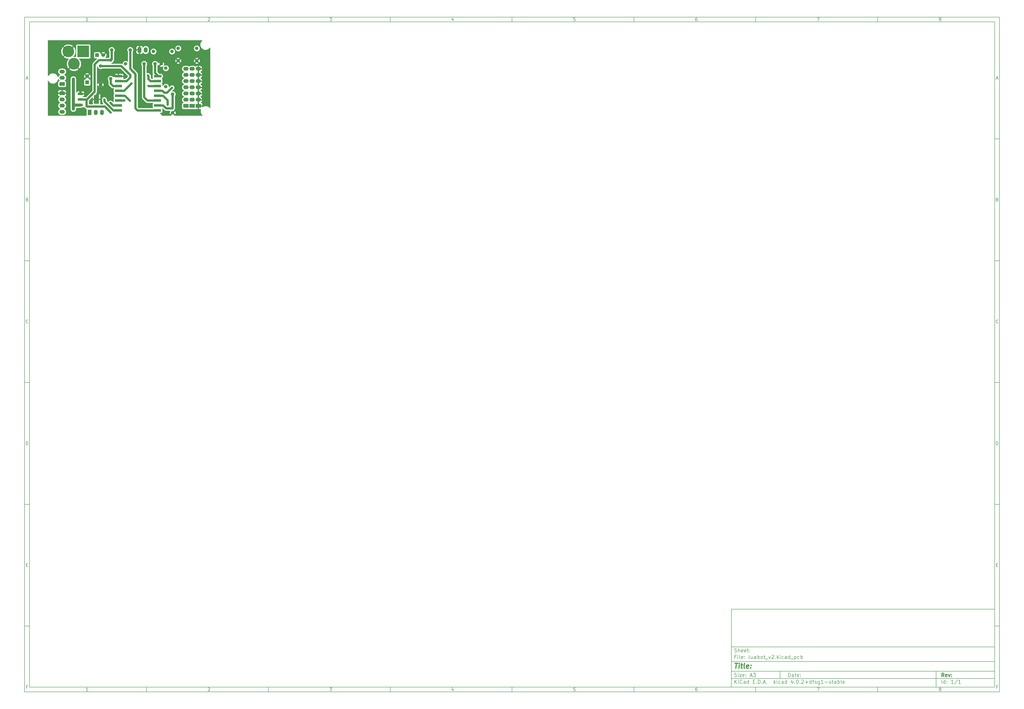
<source format=gbr>
G04 #@! TF.FileFunction,Copper,L1,Top,Signal*
%FSLAX46Y46*%
G04 Gerber Fmt 4.6, Leading zero omitted, Abs format (unit mm)*
G04 Created by KiCad (PCBNEW 4.0.2+dfsg1-stable) date Fri 20 May 2016 01:00:29 PM COT*
%MOMM*%
G01*
G04 APERTURE LIST*
%ADD10C,0.150000*%
%ADD11C,0.300000*%
%ADD12C,0.400000*%
%ADD13R,3.000000X1.000000*%
%ADD14C,1.397000*%
%ADD15R,2.032000X3.657600*%
%ADD16R,2.032000X1.016000*%
%ADD17C,4.800600*%
%ADD18R,4.800600X4.800600*%
%ADD19R,1.524000X1.524000*%
%ADD20C,1.524000*%
%ADD21R,2.199640X1.524000*%
%ADD22O,2.199640X1.524000*%
%ADD23R,1.524000X2.199640*%
%ADD24O,1.524000X2.199640*%
%ADD25C,0.889000*%
%ADD26C,0.900000*%
%ADD27C,1.300000*%
%ADD28C,0.254000*%
G04 APERTURE END LIST*
D10*
X299989000Y-253002200D02*
X299989000Y-285002200D01*
X407989000Y-285002200D01*
X407989000Y-253002200D01*
X299989000Y-253002200D01*
X10000000Y-10000000D02*
X10000000Y-287002200D01*
X409989000Y-287002200D01*
X409989000Y-10000000D01*
X10000000Y-10000000D01*
X12000000Y-12000000D02*
X12000000Y-285002200D01*
X407989000Y-285002200D01*
X407989000Y-12000000D01*
X12000000Y-12000000D01*
X60000000Y-12000000D02*
X60000000Y-10000000D01*
X110000000Y-12000000D02*
X110000000Y-10000000D01*
X160000000Y-12000000D02*
X160000000Y-10000000D01*
X210000000Y-12000000D02*
X210000000Y-10000000D01*
X260000000Y-12000000D02*
X260000000Y-10000000D01*
X310000000Y-12000000D02*
X310000000Y-10000000D01*
X360000000Y-12000000D02*
X360000000Y-10000000D01*
X35990476Y-11588095D02*
X35247619Y-11588095D01*
X35619048Y-11588095D02*
X35619048Y-10288095D01*
X35495238Y-10473810D01*
X35371429Y-10597619D01*
X35247619Y-10659524D01*
X85247619Y-10411905D02*
X85309524Y-10350000D01*
X85433333Y-10288095D01*
X85742857Y-10288095D01*
X85866667Y-10350000D01*
X85928571Y-10411905D01*
X85990476Y-10535714D01*
X85990476Y-10659524D01*
X85928571Y-10845238D01*
X85185714Y-11588095D01*
X85990476Y-11588095D01*
X135185714Y-10288095D02*
X135990476Y-10288095D01*
X135557143Y-10783333D01*
X135742857Y-10783333D01*
X135866667Y-10845238D01*
X135928571Y-10907143D01*
X135990476Y-11030952D01*
X135990476Y-11340476D01*
X135928571Y-11464286D01*
X135866667Y-11526190D01*
X135742857Y-11588095D01*
X135371429Y-11588095D01*
X135247619Y-11526190D01*
X135185714Y-11464286D01*
X185866667Y-10721429D02*
X185866667Y-11588095D01*
X185557143Y-10226190D02*
X185247619Y-11154762D01*
X186052381Y-11154762D01*
X235928571Y-10288095D02*
X235309524Y-10288095D01*
X235247619Y-10907143D01*
X235309524Y-10845238D01*
X235433333Y-10783333D01*
X235742857Y-10783333D01*
X235866667Y-10845238D01*
X235928571Y-10907143D01*
X235990476Y-11030952D01*
X235990476Y-11340476D01*
X235928571Y-11464286D01*
X235866667Y-11526190D01*
X235742857Y-11588095D01*
X235433333Y-11588095D01*
X235309524Y-11526190D01*
X235247619Y-11464286D01*
X285866667Y-10288095D02*
X285619048Y-10288095D01*
X285495238Y-10350000D01*
X285433333Y-10411905D01*
X285309524Y-10597619D01*
X285247619Y-10845238D01*
X285247619Y-11340476D01*
X285309524Y-11464286D01*
X285371429Y-11526190D01*
X285495238Y-11588095D01*
X285742857Y-11588095D01*
X285866667Y-11526190D01*
X285928571Y-11464286D01*
X285990476Y-11340476D01*
X285990476Y-11030952D01*
X285928571Y-10907143D01*
X285866667Y-10845238D01*
X285742857Y-10783333D01*
X285495238Y-10783333D01*
X285371429Y-10845238D01*
X285309524Y-10907143D01*
X285247619Y-11030952D01*
X335185714Y-10288095D02*
X336052381Y-10288095D01*
X335495238Y-11588095D01*
X385495238Y-10845238D02*
X385371429Y-10783333D01*
X385309524Y-10721429D01*
X385247619Y-10597619D01*
X385247619Y-10535714D01*
X385309524Y-10411905D01*
X385371429Y-10350000D01*
X385495238Y-10288095D01*
X385742857Y-10288095D01*
X385866667Y-10350000D01*
X385928571Y-10411905D01*
X385990476Y-10535714D01*
X385990476Y-10597619D01*
X385928571Y-10721429D01*
X385866667Y-10783333D01*
X385742857Y-10845238D01*
X385495238Y-10845238D01*
X385371429Y-10907143D01*
X385309524Y-10969048D01*
X385247619Y-11092857D01*
X385247619Y-11340476D01*
X385309524Y-11464286D01*
X385371429Y-11526190D01*
X385495238Y-11588095D01*
X385742857Y-11588095D01*
X385866667Y-11526190D01*
X385928571Y-11464286D01*
X385990476Y-11340476D01*
X385990476Y-11092857D01*
X385928571Y-10969048D01*
X385866667Y-10907143D01*
X385742857Y-10845238D01*
X60000000Y-285002200D02*
X60000000Y-287002200D01*
X110000000Y-285002200D02*
X110000000Y-287002200D01*
X160000000Y-285002200D02*
X160000000Y-287002200D01*
X210000000Y-285002200D02*
X210000000Y-287002200D01*
X260000000Y-285002200D02*
X260000000Y-287002200D01*
X310000000Y-285002200D02*
X310000000Y-287002200D01*
X360000000Y-285002200D02*
X360000000Y-287002200D01*
X35990476Y-286590295D02*
X35247619Y-286590295D01*
X35619048Y-286590295D02*
X35619048Y-285290295D01*
X35495238Y-285476010D01*
X35371429Y-285599819D01*
X35247619Y-285661724D01*
X85247619Y-285414105D02*
X85309524Y-285352200D01*
X85433333Y-285290295D01*
X85742857Y-285290295D01*
X85866667Y-285352200D01*
X85928571Y-285414105D01*
X85990476Y-285537914D01*
X85990476Y-285661724D01*
X85928571Y-285847438D01*
X85185714Y-286590295D01*
X85990476Y-286590295D01*
X135185714Y-285290295D02*
X135990476Y-285290295D01*
X135557143Y-285785533D01*
X135742857Y-285785533D01*
X135866667Y-285847438D01*
X135928571Y-285909343D01*
X135990476Y-286033152D01*
X135990476Y-286342676D01*
X135928571Y-286466486D01*
X135866667Y-286528390D01*
X135742857Y-286590295D01*
X135371429Y-286590295D01*
X135247619Y-286528390D01*
X135185714Y-286466486D01*
X185866667Y-285723629D02*
X185866667Y-286590295D01*
X185557143Y-285228390D02*
X185247619Y-286156962D01*
X186052381Y-286156962D01*
X235928571Y-285290295D02*
X235309524Y-285290295D01*
X235247619Y-285909343D01*
X235309524Y-285847438D01*
X235433333Y-285785533D01*
X235742857Y-285785533D01*
X235866667Y-285847438D01*
X235928571Y-285909343D01*
X235990476Y-286033152D01*
X235990476Y-286342676D01*
X235928571Y-286466486D01*
X235866667Y-286528390D01*
X235742857Y-286590295D01*
X235433333Y-286590295D01*
X235309524Y-286528390D01*
X235247619Y-286466486D01*
X285866667Y-285290295D02*
X285619048Y-285290295D01*
X285495238Y-285352200D01*
X285433333Y-285414105D01*
X285309524Y-285599819D01*
X285247619Y-285847438D01*
X285247619Y-286342676D01*
X285309524Y-286466486D01*
X285371429Y-286528390D01*
X285495238Y-286590295D01*
X285742857Y-286590295D01*
X285866667Y-286528390D01*
X285928571Y-286466486D01*
X285990476Y-286342676D01*
X285990476Y-286033152D01*
X285928571Y-285909343D01*
X285866667Y-285847438D01*
X285742857Y-285785533D01*
X285495238Y-285785533D01*
X285371429Y-285847438D01*
X285309524Y-285909343D01*
X285247619Y-286033152D01*
X335185714Y-285290295D02*
X336052381Y-285290295D01*
X335495238Y-286590295D01*
X385495238Y-285847438D02*
X385371429Y-285785533D01*
X385309524Y-285723629D01*
X385247619Y-285599819D01*
X385247619Y-285537914D01*
X385309524Y-285414105D01*
X385371429Y-285352200D01*
X385495238Y-285290295D01*
X385742857Y-285290295D01*
X385866667Y-285352200D01*
X385928571Y-285414105D01*
X385990476Y-285537914D01*
X385990476Y-285599819D01*
X385928571Y-285723629D01*
X385866667Y-285785533D01*
X385742857Y-285847438D01*
X385495238Y-285847438D01*
X385371429Y-285909343D01*
X385309524Y-285971248D01*
X385247619Y-286095057D01*
X385247619Y-286342676D01*
X385309524Y-286466486D01*
X385371429Y-286528390D01*
X385495238Y-286590295D01*
X385742857Y-286590295D01*
X385866667Y-286528390D01*
X385928571Y-286466486D01*
X385990476Y-286342676D01*
X385990476Y-286095057D01*
X385928571Y-285971248D01*
X385866667Y-285909343D01*
X385742857Y-285847438D01*
X10000000Y-60000000D02*
X12000000Y-60000000D01*
X10000000Y-110000000D02*
X12000000Y-110000000D01*
X10000000Y-160000000D02*
X12000000Y-160000000D01*
X10000000Y-210000000D02*
X12000000Y-210000000D01*
X10000000Y-260000000D02*
X12000000Y-260000000D01*
X10690476Y-35216667D02*
X11309524Y-35216667D01*
X10566667Y-35588095D02*
X11000000Y-34288095D01*
X11433333Y-35588095D01*
X11092857Y-84907143D02*
X11278571Y-84969048D01*
X11340476Y-85030952D01*
X11402381Y-85154762D01*
X11402381Y-85340476D01*
X11340476Y-85464286D01*
X11278571Y-85526190D01*
X11154762Y-85588095D01*
X10659524Y-85588095D01*
X10659524Y-84288095D01*
X11092857Y-84288095D01*
X11216667Y-84350000D01*
X11278571Y-84411905D01*
X11340476Y-84535714D01*
X11340476Y-84659524D01*
X11278571Y-84783333D01*
X11216667Y-84845238D01*
X11092857Y-84907143D01*
X10659524Y-84907143D01*
X11402381Y-135464286D02*
X11340476Y-135526190D01*
X11154762Y-135588095D01*
X11030952Y-135588095D01*
X10845238Y-135526190D01*
X10721429Y-135402381D01*
X10659524Y-135278571D01*
X10597619Y-135030952D01*
X10597619Y-134845238D01*
X10659524Y-134597619D01*
X10721429Y-134473810D01*
X10845238Y-134350000D01*
X11030952Y-134288095D01*
X11154762Y-134288095D01*
X11340476Y-134350000D01*
X11402381Y-134411905D01*
X10659524Y-185588095D02*
X10659524Y-184288095D01*
X10969048Y-184288095D01*
X11154762Y-184350000D01*
X11278571Y-184473810D01*
X11340476Y-184597619D01*
X11402381Y-184845238D01*
X11402381Y-185030952D01*
X11340476Y-185278571D01*
X11278571Y-185402381D01*
X11154762Y-185526190D01*
X10969048Y-185588095D01*
X10659524Y-185588095D01*
X10721429Y-234907143D02*
X11154762Y-234907143D01*
X11340476Y-235588095D02*
X10721429Y-235588095D01*
X10721429Y-234288095D01*
X11340476Y-234288095D01*
X11185714Y-284907143D02*
X10752381Y-284907143D01*
X10752381Y-285588095D02*
X10752381Y-284288095D01*
X11371428Y-284288095D01*
X409989000Y-60000000D02*
X407989000Y-60000000D01*
X409989000Y-110000000D02*
X407989000Y-110000000D01*
X409989000Y-160000000D02*
X407989000Y-160000000D01*
X409989000Y-210000000D02*
X407989000Y-210000000D01*
X409989000Y-260000000D02*
X407989000Y-260000000D01*
X408679476Y-35216667D02*
X409298524Y-35216667D01*
X408555667Y-35588095D02*
X408989000Y-34288095D01*
X409422333Y-35588095D01*
X409081857Y-84907143D02*
X409267571Y-84969048D01*
X409329476Y-85030952D01*
X409391381Y-85154762D01*
X409391381Y-85340476D01*
X409329476Y-85464286D01*
X409267571Y-85526190D01*
X409143762Y-85588095D01*
X408648524Y-85588095D01*
X408648524Y-84288095D01*
X409081857Y-84288095D01*
X409205667Y-84350000D01*
X409267571Y-84411905D01*
X409329476Y-84535714D01*
X409329476Y-84659524D01*
X409267571Y-84783333D01*
X409205667Y-84845238D01*
X409081857Y-84907143D01*
X408648524Y-84907143D01*
X409391381Y-135464286D02*
X409329476Y-135526190D01*
X409143762Y-135588095D01*
X409019952Y-135588095D01*
X408834238Y-135526190D01*
X408710429Y-135402381D01*
X408648524Y-135278571D01*
X408586619Y-135030952D01*
X408586619Y-134845238D01*
X408648524Y-134597619D01*
X408710429Y-134473810D01*
X408834238Y-134350000D01*
X409019952Y-134288095D01*
X409143762Y-134288095D01*
X409329476Y-134350000D01*
X409391381Y-134411905D01*
X408648524Y-185588095D02*
X408648524Y-184288095D01*
X408958048Y-184288095D01*
X409143762Y-184350000D01*
X409267571Y-184473810D01*
X409329476Y-184597619D01*
X409391381Y-184845238D01*
X409391381Y-185030952D01*
X409329476Y-185278571D01*
X409267571Y-185402381D01*
X409143762Y-185526190D01*
X408958048Y-185588095D01*
X408648524Y-185588095D01*
X408710429Y-234907143D02*
X409143762Y-234907143D01*
X409329476Y-235588095D02*
X408710429Y-235588095D01*
X408710429Y-234288095D01*
X409329476Y-234288095D01*
X409174714Y-284907143D02*
X408741381Y-284907143D01*
X408741381Y-285588095D02*
X408741381Y-284288095D01*
X409360428Y-284288095D01*
X323346143Y-280780771D02*
X323346143Y-279280771D01*
X323703286Y-279280771D01*
X323917571Y-279352200D01*
X324060429Y-279495057D01*
X324131857Y-279637914D01*
X324203286Y-279923629D01*
X324203286Y-280137914D01*
X324131857Y-280423629D01*
X324060429Y-280566486D01*
X323917571Y-280709343D01*
X323703286Y-280780771D01*
X323346143Y-280780771D01*
X325489000Y-280780771D02*
X325489000Y-279995057D01*
X325417571Y-279852200D01*
X325274714Y-279780771D01*
X324989000Y-279780771D01*
X324846143Y-279852200D01*
X325489000Y-280709343D02*
X325346143Y-280780771D01*
X324989000Y-280780771D01*
X324846143Y-280709343D01*
X324774714Y-280566486D01*
X324774714Y-280423629D01*
X324846143Y-280280771D01*
X324989000Y-280209343D01*
X325346143Y-280209343D01*
X325489000Y-280137914D01*
X325989000Y-279780771D02*
X326560429Y-279780771D01*
X326203286Y-279280771D02*
X326203286Y-280566486D01*
X326274714Y-280709343D01*
X326417572Y-280780771D01*
X326560429Y-280780771D01*
X327631857Y-280709343D02*
X327489000Y-280780771D01*
X327203286Y-280780771D01*
X327060429Y-280709343D01*
X326989000Y-280566486D01*
X326989000Y-279995057D01*
X327060429Y-279852200D01*
X327203286Y-279780771D01*
X327489000Y-279780771D01*
X327631857Y-279852200D01*
X327703286Y-279995057D01*
X327703286Y-280137914D01*
X326989000Y-280280771D01*
X328346143Y-280637914D02*
X328417571Y-280709343D01*
X328346143Y-280780771D01*
X328274714Y-280709343D01*
X328346143Y-280637914D01*
X328346143Y-280780771D01*
X328346143Y-279852200D02*
X328417571Y-279923629D01*
X328346143Y-279995057D01*
X328274714Y-279923629D01*
X328346143Y-279852200D01*
X328346143Y-279995057D01*
X299989000Y-281502200D02*
X407989000Y-281502200D01*
X301346143Y-283580771D02*
X301346143Y-282080771D01*
X302203286Y-283580771D02*
X301560429Y-282723629D01*
X302203286Y-282080771D02*
X301346143Y-282937914D01*
X302846143Y-283580771D02*
X302846143Y-282580771D01*
X302846143Y-282080771D02*
X302774714Y-282152200D01*
X302846143Y-282223629D01*
X302917571Y-282152200D01*
X302846143Y-282080771D01*
X302846143Y-282223629D01*
X304417572Y-283437914D02*
X304346143Y-283509343D01*
X304131857Y-283580771D01*
X303989000Y-283580771D01*
X303774715Y-283509343D01*
X303631857Y-283366486D01*
X303560429Y-283223629D01*
X303489000Y-282937914D01*
X303489000Y-282723629D01*
X303560429Y-282437914D01*
X303631857Y-282295057D01*
X303774715Y-282152200D01*
X303989000Y-282080771D01*
X304131857Y-282080771D01*
X304346143Y-282152200D01*
X304417572Y-282223629D01*
X305703286Y-283580771D02*
X305703286Y-282795057D01*
X305631857Y-282652200D01*
X305489000Y-282580771D01*
X305203286Y-282580771D01*
X305060429Y-282652200D01*
X305703286Y-283509343D02*
X305560429Y-283580771D01*
X305203286Y-283580771D01*
X305060429Y-283509343D01*
X304989000Y-283366486D01*
X304989000Y-283223629D01*
X305060429Y-283080771D01*
X305203286Y-283009343D01*
X305560429Y-283009343D01*
X305703286Y-282937914D01*
X307060429Y-283580771D02*
X307060429Y-282080771D01*
X307060429Y-283509343D02*
X306917572Y-283580771D01*
X306631858Y-283580771D01*
X306489000Y-283509343D01*
X306417572Y-283437914D01*
X306346143Y-283295057D01*
X306346143Y-282866486D01*
X306417572Y-282723629D01*
X306489000Y-282652200D01*
X306631858Y-282580771D01*
X306917572Y-282580771D01*
X307060429Y-282652200D01*
X308917572Y-282795057D02*
X309417572Y-282795057D01*
X309631858Y-283580771D02*
X308917572Y-283580771D01*
X308917572Y-282080771D01*
X309631858Y-282080771D01*
X310274715Y-283437914D02*
X310346143Y-283509343D01*
X310274715Y-283580771D01*
X310203286Y-283509343D01*
X310274715Y-283437914D01*
X310274715Y-283580771D01*
X310989001Y-283580771D02*
X310989001Y-282080771D01*
X311346144Y-282080771D01*
X311560429Y-282152200D01*
X311703287Y-282295057D01*
X311774715Y-282437914D01*
X311846144Y-282723629D01*
X311846144Y-282937914D01*
X311774715Y-283223629D01*
X311703287Y-283366486D01*
X311560429Y-283509343D01*
X311346144Y-283580771D01*
X310989001Y-283580771D01*
X312489001Y-283437914D02*
X312560429Y-283509343D01*
X312489001Y-283580771D01*
X312417572Y-283509343D01*
X312489001Y-283437914D01*
X312489001Y-283580771D01*
X313131858Y-283152200D02*
X313846144Y-283152200D01*
X312989001Y-283580771D02*
X313489001Y-282080771D01*
X313989001Y-283580771D01*
X314489001Y-283437914D02*
X314560429Y-283509343D01*
X314489001Y-283580771D01*
X314417572Y-283509343D01*
X314489001Y-283437914D01*
X314489001Y-283580771D01*
X317489001Y-283580771D02*
X317489001Y-282080771D01*
X317631858Y-283009343D02*
X318060429Y-283580771D01*
X318060429Y-282580771D02*
X317489001Y-283152200D01*
X318703287Y-283580771D02*
X318703287Y-282580771D01*
X318703287Y-282080771D02*
X318631858Y-282152200D01*
X318703287Y-282223629D01*
X318774715Y-282152200D01*
X318703287Y-282080771D01*
X318703287Y-282223629D01*
X320060430Y-283509343D02*
X319917573Y-283580771D01*
X319631859Y-283580771D01*
X319489001Y-283509343D01*
X319417573Y-283437914D01*
X319346144Y-283295057D01*
X319346144Y-282866486D01*
X319417573Y-282723629D01*
X319489001Y-282652200D01*
X319631859Y-282580771D01*
X319917573Y-282580771D01*
X320060430Y-282652200D01*
X321346144Y-283580771D02*
X321346144Y-282795057D01*
X321274715Y-282652200D01*
X321131858Y-282580771D01*
X320846144Y-282580771D01*
X320703287Y-282652200D01*
X321346144Y-283509343D02*
X321203287Y-283580771D01*
X320846144Y-283580771D01*
X320703287Y-283509343D01*
X320631858Y-283366486D01*
X320631858Y-283223629D01*
X320703287Y-283080771D01*
X320846144Y-283009343D01*
X321203287Y-283009343D01*
X321346144Y-282937914D01*
X322703287Y-283580771D02*
X322703287Y-282080771D01*
X322703287Y-283509343D02*
X322560430Y-283580771D01*
X322274716Y-283580771D01*
X322131858Y-283509343D01*
X322060430Y-283437914D01*
X321989001Y-283295057D01*
X321989001Y-282866486D01*
X322060430Y-282723629D01*
X322131858Y-282652200D01*
X322274716Y-282580771D01*
X322560430Y-282580771D01*
X322703287Y-282652200D01*
X325203287Y-282580771D02*
X325203287Y-283580771D01*
X324846144Y-282009343D02*
X324489001Y-283080771D01*
X325417573Y-283080771D01*
X325989001Y-283437914D02*
X326060429Y-283509343D01*
X325989001Y-283580771D01*
X325917572Y-283509343D01*
X325989001Y-283437914D01*
X325989001Y-283580771D01*
X326989001Y-282080771D02*
X327131858Y-282080771D01*
X327274715Y-282152200D01*
X327346144Y-282223629D01*
X327417573Y-282366486D01*
X327489001Y-282652200D01*
X327489001Y-283009343D01*
X327417573Y-283295057D01*
X327346144Y-283437914D01*
X327274715Y-283509343D01*
X327131858Y-283580771D01*
X326989001Y-283580771D01*
X326846144Y-283509343D01*
X326774715Y-283437914D01*
X326703287Y-283295057D01*
X326631858Y-283009343D01*
X326631858Y-282652200D01*
X326703287Y-282366486D01*
X326774715Y-282223629D01*
X326846144Y-282152200D01*
X326989001Y-282080771D01*
X328131858Y-283437914D02*
X328203286Y-283509343D01*
X328131858Y-283580771D01*
X328060429Y-283509343D01*
X328131858Y-283437914D01*
X328131858Y-283580771D01*
X328774715Y-282223629D02*
X328846144Y-282152200D01*
X328989001Y-282080771D01*
X329346144Y-282080771D01*
X329489001Y-282152200D01*
X329560430Y-282223629D01*
X329631858Y-282366486D01*
X329631858Y-282509343D01*
X329560430Y-282723629D01*
X328703287Y-283580771D01*
X329631858Y-283580771D01*
X330274715Y-283009343D02*
X331417572Y-283009343D01*
X330846143Y-283580771D02*
X330846143Y-282437914D01*
X332774715Y-283580771D02*
X332774715Y-282080771D01*
X332774715Y-283509343D02*
X332631858Y-283580771D01*
X332346144Y-283580771D01*
X332203286Y-283509343D01*
X332131858Y-283437914D01*
X332060429Y-283295057D01*
X332060429Y-282866486D01*
X332131858Y-282723629D01*
X332203286Y-282652200D01*
X332346144Y-282580771D01*
X332631858Y-282580771D01*
X332774715Y-282652200D01*
X333274715Y-282580771D02*
X333846144Y-282580771D01*
X333489001Y-283580771D02*
X333489001Y-282295057D01*
X333560429Y-282152200D01*
X333703287Y-282080771D01*
X333846144Y-282080771D01*
X334274715Y-283509343D02*
X334417572Y-283580771D01*
X334703287Y-283580771D01*
X334846144Y-283509343D01*
X334917572Y-283366486D01*
X334917572Y-283295057D01*
X334846144Y-283152200D01*
X334703287Y-283080771D01*
X334489001Y-283080771D01*
X334346144Y-283009343D01*
X334274715Y-282866486D01*
X334274715Y-282795057D01*
X334346144Y-282652200D01*
X334489001Y-282580771D01*
X334703287Y-282580771D01*
X334846144Y-282652200D01*
X336203287Y-282580771D02*
X336203287Y-283795057D01*
X336131858Y-283937914D01*
X336060430Y-284009343D01*
X335917573Y-284080771D01*
X335703287Y-284080771D01*
X335560430Y-284009343D01*
X336203287Y-283509343D02*
X336060430Y-283580771D01*
X335774716Y-283580771D01*
X335631858Y-283509343D01*
X335560430Y-283437914D01*
X335489001Y-283295057D01*
X335489001Y-282866486D01*
X335560430Y-282723629D01*
X335631858Y-282652200D01*
X335774716Y-282580771D01*
X336060430Y-282580771D01*
X336203287Y-282652200D01*
X337703287Y-283580771D02*
X336846144Y-283580771D01*
X337274716Y-283580771D02*
X337274716Y-282080771D01*
X337131859Y-282295057D01*
X336989001Y-282437914D01*
X336846144Y-282509343D01*
X338346144Y-283009343D02*
X339489001Y-283009343D01*
X340131858Y-283509343D02*
X340274715Y-283580771D01*
X340560430Y-283580771D01*
X340703287Y-283509343D01*
X340774715Y-283366486D01*
X340774715Y-283295057D01*
X340703287Y-283152200D01*
X340560430Y-283080771D01*
X340346144Y-283080771D01*
X340203287Y-283009343D01*
X340131858Y-282866486D01*
X340131858Y-282795057D01*
X340203287Y-282652200D01*
X340346144Y-282580771D01*
X340560430Y-282580771D01*
X340703287Y-282652200D01*
X341203287Y-282580771D02*
X341774716Y-282580771D01*
X341417573Y-282080771D02*
X341417573Y-283366486D01*
X341489001Y-283509343D01*
X341631859Y-283580771D01*
X341774716Y-283580771D01*
X342917573Y-283580771D02*
X342917573Y-282795057D01*
X342846144Y-282652200D01*
X342703287Y-282580771D01*
X342417573Y-282580771D01*
X342274716Y-282652200D01*
X342917573Y-283509343D02*
X342774716Y-283580771D01*
X342417573Y-283580771D01*
X342274716Y-283509343D01*
X342203287Y-283366486D01*
X342203287Y-283223629D01*
X342274716Y-283080771D01*
X342417573Y-283009343D01*
X342774716Y-283009343D01*
X342917573Y-282937914D01*
X343631859Y-283580771D02*
X343631859Y-282080771D01*
X343631859Y-282652200D02*
X343774716Y-282580771D01*
X344060430Y-282580771D01*
X344203287Y-282652200D01*
X344274716Y-282723629D01*
X344346145Y-282866486D01*
X344346145Y-283295057D01*
X344274716Y-283437914D01*
X344203287Y-283509343D01*
X344060430Y-283580771D01*
X343774716Y-283580771D01*
X343631859Y-283509343D01*
X345203288Y-283580771D02*
X345060430Y-283509343D01*
X344989002Y-283366486D01*
X344989002Y-282080771D01*
X346346144Y-283509343D02*
X346203287Y-283580771D01*
X345917573Y-283580771D01*
X345774716Y-283509343D01*
X345703287Y-283366486D01*
X345703287Y-282795057D01*
X345774716Y-282652200D01*
X345917573Y-282580771D01*
X346203287Y-282580771D01*
X346346144Y-282652200D01*
X346417573Y-282795057D01*
X346417573Y-282937914D01*
X345703287Y-283080771D01*
X299989000Y-278502200D02*
X407989000Y-278502200D01*
D11*
X387203286Y-280780771D02*
X386703286Y-280066486D01*
X386346143Y-280780771D02*
X386346143Y-279280771D01*
X386917571Y-279280771D01*
X387060429Y-279352200D01*
X387131857Y-279423629D01*
X387203286Y-279566486D01*
X387203286Y-279780771D01*
X387131857Y-279923629D01*
X387060429Y-279995057D01*
X386917571Y-280066486D01*
X386346143Y-280066486D01*
X388417571Y-280709343D02*
X388274714Y-280780771D01*
X387989000Y-280780771D01*
X387846143Y-280709343D01*
X387774714Y-280566486D01*
X387774714Y-279995057D01*
X387846143Y-279852200D01*
X387989000Y-279780771D01*
X388274714Y-279780771D01*
X388417571Y-279852200D01*
X388489000Y-279995057D01*
X388489000Y-280137914D01*
X387774714Y-280280771D01*
X388989000Y-279780771D02*
X389346143Y-280780771D01*
X389703285Y-279780771D01*
X390274714Y-280637914D02*
X390346142Y-280709343D01*
X390274714Y-280780771D01*
X390203285Y-280709343D01*
X390274714Y-280637914D01*
X390274714Y-280780771D01*
X390274714Y-279852200D02*
X390346142Y-279923629D01*
X390274714Y-279995057D01*
X390203285Y-279923629D01*
X390274714Y-279852200D01*
X390274714Y-279995057D01*
D10*
X301274714Y-280709343D02*
X301489000Y-280780771D01*
X301846143Y-280780771D01*
X301989000Y-280709343D01*
X302060429Y-280637914D01*
X302131857Y-280495057D01*
X302131857Y-280352200D01*
X302060429Y-280209343D01*
X301989000Y-280137914D01*
X301846143Y-280066486D01*
X301560429Y-279995057D01*
X301417571Y-279923629D01*
X301346143Y-279852200D01*
X301274714Y-279709343D01*
X301274714Y-279566486D01*
X301346143Y-279423629D01*
X301417571Y-279352200D01*
X301560429Y-279280771D01*
X301917571Y-279280771D01*
X302131857Y-279352200D01*
X302774714Y-280780771D02*
X302774714Y-279780771D01*
X302774714Y-279280771D02*
X302703285Y-279352200D01*
X302774714Y-279423629D01*
X302846142Y-279352200D01*
X302774714Y-279280771D01*
X302774714Y-279423629D01*
X303346143Y-279780771D02*
X304131857Y-279780771D01*
X303346143Y-280780771D01*
X304131857Y-280780771D01*
X305274714Y-280709343D02*
X305131857Y-280780771D01*
X304846143Y-280780771D01*
X304703286Y-280709343D01*
X304631857Y-280566486D01*
X304631857Y-279995057D01*
X304703286Y-279852200D01*
X304846143Y-279780771D01*
X305131857Y-279780771D01*
X305274714Y-279852200D01*
X305346143Y-279995057D01*
X305346143Y-280137914D01*
X304631857Y-280280771D01*
X305989000Y-280637914D02*
X306060428Y-280709343D01*
X305989000Y-280780771D01*
X305917571Y-280709343D01*
X305989000Y-280637914D01*
X305989000Y-280780771D01*
X305989000Y-279852200D02*
X306060428Y-279923629D01*
X305989000Y-279995057D01*
X305917571Y-279923629D01*
X305989000Y-279852200D01*
X305989000Y-279995057D01*
X307774714Y-280352200D02*
X308489000Y-280352200D01*
X307631857Y-280780771D02*
X308131857Y-279280771D01*
X308631857Y-280780771D01*
X308989000Y-279280771D02*
X309917571Y-279280771D01*
X309417571Y-279852200D01*
X309631857Y-279852200D01*
X309774714Y-279923629D01*
X309846143Y-279995057D01*
X309917571Y-280137914D01*
X309917571Y-280495057D01*
X309846143Y-280637914D01*
X309774714Y-280709343D01*
X309631857Y-280780771D01*
X309203285Y-280780771D01*
X309060428Y-280709343D01*
X308989000Y-280637914D01*
X386346143Y-283580771D02*
X386346143Y-282080771D01*
X387703286Y-283580771D02*
X387703286Y-282080771D01*
X387703286Y-283509343D02*
X387560429Y-283580771D01*
X387274715Y-283580771D01*
X387131857Y-283509343D01*
X387060429Y-283437914D01*
X386989000Y-283295057D01*
X386989000Y-282866486D01*
X387060429Y-282723629D01*
X387131857Y-282652200D01*
X387274715Y-282580771D01*
X387560429Y-282580771D01*
X387703286Y-282652200D01*
X388417572Y-283437914D02*
X388489000Y-283509343D01*
X388417572Y-283580771D01*
X388346143Y-283509343D01*
X388417572Y-283437914D01*
X388417572Y-283580771D01*
X388417572Y-282652200D02*
X388489000Y-282723629D01*
X388417572Y-282795057D01*
X388346143Y-282723629D01*
X388417572Y-282652200D01*
X388417572Y-282795057D01*
X391060429Y-283580771D02*
X390203286Y-283580771D01*
X390631858Y-283580771D02*
X390631858Y-282080771D01*
X390489001Y-282295057D01*
X390346143Y-282437914D01*
X390203286Y-282509343D01*
X392774714Y-282009343D02*
X391489000Y-283937914D01*
X394060429Y-283580771D02*
X393203286Y-283580771D01*
X393631858Y-283580771D02*
X393631858Y-282080771D01*
X393489001Y-282295057D01*
X393346143Y-282437914D01*
X393203286Y-282509343D01*
X299989000Y-274502200D02*
X407989000Y-274502200D01*
D12*
X301441381Y-275206962D02*
X302584238Y-275206962D01*
X301762810Y-277206962D02*
X302012810Y-275206962D01*
X303000905Y-277206962D02*
X303167571Y-275873629D01*
X303250905Y-275206962D02*
X303143762Y-275302200D01*
X303227095Y-275397438D01*
X303334239Y-275302200D01*
X303250905Y-275206962D01*
X303227095Y-275397438D01*
X303834238Y-275873629D02*
X304596143Y-275873629D01*
X304203286Y-275206962D02*
X303989000Y-276921248D01*
X304060430Y-277111724D01*
X304239001Y-277206962D01*
X304429477Y-277206962D01*
X305381858Y-277206962D02*
X305203287Y-277111724D01*
X305131857Y-276921248D01*
X305346143Y-275206962D01*
X306917572Y-277111724D02*
X306715191Y-277206962D01*
X306334239Y-277206962D01*
X306155667Y-277111724D01*
X306084238Y-276921248D01*
X306179476Y-276159343D01*
X306298524Y-275968867D01*
X306500905Y-275873629D01*
X306881857Y-275873629D01*
X307060429Y-275968867D01*
X307131857Y-276159343D01*
X307108048Y-276349819D01*
X306131857Y-276540295D01*
X307881857Y-277016486D02*
X307965192Y-277111724D01*
X307858048Y-277206962D01*
X307774715Y-277111724D01*
X307881857Y-277016486D01*
X307858048Y-277206962D01*
X308012810Y-275968867D02*
X308096144Y-276064105D01*
X307989000Y-276159343D01*
X307905667Y-276064105D01*
X308012810Y-275968867D01*
X307989000Y-276159343D01*
D10*
X301846143Y-272595057D02*
X301346143Y-272595057D01*
X301346143Y-273380771D02*
X301346143Y-271880771D01*
X302060429Y-271880771D01*
X302631857Y-273380771D02*
X302631857Y-272380771D01*
X302631857Y-271880771D02*
X302560428Y-271952200D01*
X302631857Y-272023629D01*
X302703285Y-271952200D01*
X302631857Y-271880771D01*
X302631857Y-272023629D01*
X303560429Y-273380771D02*
X303417571Y-273309343D01*
X303346143Y-273166486D01*
X303346143Y-271880771D01*
X304703285Y-273309343D02*
X304560428Y-273380771D01*
X304274714Y-273380771D01*
X304131857Y-273309343D01*
X304060428Y-273166486D01*
X304060428Y-272595057D01*
X304131857Y-272452200D01*
X304274714Y-272380771D01*
X304560428Y-272380771D01*
X304703285Y-272452200D01*
X304774714Y-272595057D01*
X304774714Y-272737914D01*
X304060428Y-272880771D01*
X305417571Y-273237914D02*
X305488999Y-273309343D01*
X305417571Y-273380771D01*
X305346142Y-273309343D01*
X305417571Y-273237914D01*
X305417571Y-273380771D01*
X305417571Y-272452200D02*
X305488999Y-272523629D01*
X305417571Y-272595057D01*
X305346142Y-272523629D01*
X305417571Y-272452200D01*
X305417571Y-272595057D01*
X307489000Y-273380771D02*
X307346142Y-273309343D01*
X307274714Y-273166486D01*
X307274714Y-271880771D01*
X308703285Y-272380771D02*
X308703285Y-273380771D01*
X308060428Y-272380771D02*
X308060428Y-273166486D01*
X308131856Y-273309343D01*
X308274714Y-273380771D01*
X308488999Y-273380771D01*
X308631856Y-273309343D01*
X308703285Y-273237914D01*
X310060428Y-273380771D02*
X310060428Y-272595057D01*
X309988999Y-272452200D01*
X309846142Y-272380771D01*
X309560428Y-272380771D01*
X309417571Y-272452200D01*
X310060428Y-273309343D02*
X309917571Y-273380771D01*
X309560428Y-273380771D01*
X309417571Y-273309343D01*
X309346142Y-273166486D01*
X309346142Y-273023629D01*
X309417571Y-272880771D01*
X309560428Y-272809343D01*
X309917571Y-272809343D01*
X310060428Y-272737914D01*
X310774714Y-273380771D02*
X310774714Y-271880771D01*
X310774714Y-272452200D02*
X310917571Y-272380771D01*
X311203285Y-272380771D01*
X311346142Y-272452200D01*
X311417571Y-272523629D01*
X311489000Y-272666486D01*
X311489000Y-273095057D01*
X311417571Y-273237914D01*
X311346142Y-273309343D01*
X311203285Y-273380771D01*
X310917571Y-273380771D01*
X310774714Y-273309343D01*
X312346143Y-273380771D02*
X312203285Y-273309343D01*
X312131857Y-273237914D01*
X312060428Y-273095057D01*
X312060428Y-272666486D01*
X312131857Y-272523629D01*
X312203285Y-272452200D01*
X312346143Y-272380771D01*
X312560428Y-272380771D01*
X312703285Y-272452200D01*
X312774714Y-272523629D01*
X312846143Y-272666486D01*
X312846143Y-273095057D01*
X312774714Y-273237914D01*
X312703285Y-273309343D01*
X312560428Y-273380771D01*
X312346143Y-273380771D01*
X313274714Y-272380771D02*
X313846143Y-272380771D01*
X313489000Y-271880771D02*
X313489000Y-273166486D01*
X313560428Y-273309343D01*
X313703286Y-273380771D01*
X313846143Y-273380771D01*
X313989000Y-273523629D02*
X315131857Y-273523629D01*
X315346143Y-272380771D02*
X315703286Y-273380771D01*
X316060428Y-272380771D01*
X316560428Y-272023629D02*
X316631857Y-271952200D01*
X316774714Y-271880771D01*
X317131857Y-271880771D01*
X317274714Y-271952200D01*
X317346143Y-272023629D01*
X317417571Y-272166486D01*
X317417571Y-272309343D01*
X317346143Y-272523629D01*
X316489000Y-273380771D01*
X317417571Y-273380771D01*
X318060428Y-273237914D02*
X318131856Y-273309343D01*
X318060428Y-273380771D01*
X317988999Y-273309343D01*
X318060428Y-273237914D01*
X318060428Y-273380771D01*
X318774714Y-273380771D02*
X318774714Y-271880771D01*
X318917571Y-272809343D02*
X319346142Y-273380771D01*
X319346142Y-272380771D02*
X318774714Y-272952200D01*
X319989000Y-273380771D02*
X319989000Y-272380771D01*
X319989000Y-271880771D02*
X319917571Y-271952200D01*
X319989000Y-272023629D01*
X320060428Y-271952200D01*
X319989000Y-271880771D01*
X319989000Y-272023629D01*
X321346143Y-273309343D02*
X321203286Y-273380771D01*
X320917572Y-273380771D01*
X320774714Y-273309343D01*
X320703286Y-273237914D01*
X320631857Y-273095057D01*
X320631857Y-272666486D01*
X320703286Y-272523629D01*
X320774714Y-272452200D01*
X320917572Y-272380771D01*
X321203286Y-272380771D01*
X321346143Y-272452200D01*
X322631857Y-273380771D02*
X322631857Y-272595057D01*
X322560428Y-272452200D01*
X322417571Y-272380771D01*
X322131857Y-272380771D01*
X321989000Y-272452200D01*
X322631857Y-273309343D02*
X322489000Y-273380771D01*
X322131857Y-273380771D01*
X321989000Y-273309343D01*
X321917571Y-273166486D01*
X321917571Y-273023629D01*
X321989000Y-272880771D01*
X322131857Y-272809343D01*
X322489000Y-272809343D01*
X322631857Y-272737914D01*
X323989000Y-273380771D02*
X323989000Y-271880771D01*
X323989000Y-273309343D02*
X323846143Y-273380771D01*
X323560429Y-273380771D01*
X323417571Y-273309343D01*
X323346143Y-273237914D01*
X323274714Y-273095057D01*
X323274714Y-272666486D01*
X323346143Y-272523629D01*
X323417571Y-272452200D01*
X323560429Y-272380771D01*
X323846143Y-272380771D01*
X323989000Y-272452200D01*
X324346143Y-273523629D02*
X325489000Y-273523629D01*
X325846143Y-272380771D02*
X325846143Y-273880771D01*
X325846143Y-272452200D02*
X325989000Y-272380771D01*
X326274714Y-272380771D01*
X326417571Y-272452200D01*
X326489000Y-272523629D01*
X326560429Y-272666486D01*
X326560429Y-273095057D01*
X326489000Y-273237914D01*
X326417571Y-273309343D01*
X326274714Y-273380771D01*
X325989000Y-273380771D01*
X325846143Y-273309343D01*
X327846143Y-273309343D02*
X327703286Y-273380771D01*
X327417572Y-273380771D01*
X327274714Y-273309343D01*
X327203286Y-273237914D01*
X327131857Y-273095057D01*
X327131857Y-272666486D01*
X327203286Y-272523629D01*
X327274714Y-272452200D01*
X327417572Y-272380771D01*
X327703286Y-272380771D01*
X327846143Y-272452200D01*
X328489000Y-273380771D02*
X328489000Y-271880771D01*
X328489000Y-272452200D02*
X328631857Y-272380771D01*
X328917571Y-272380771D01*
X329060428Y-272452200D01*
X329131857Y-272523629D01*
X329203286Y-272666486D01*
X329203286Y-273095057D01*
X329131857Y-273237914D01*
X329060428Y-273309343D01*
X328917571Y-273380771D01*
X328631857Y-273380771D01*
X328489000Y-273309343D01*
X299989000Y-268502200D02*
X407989000Y-268502200D01*
X301274714Y-270609343D02*
X301489000Y-270680771D01*
X301846143Y-270680771D01*
X301989000Y-270609343D01*
X302060429Y-270537914D01*
X302131857Y-270395057D01*
X302131857Y-270252200D01*
X302060429Y-270109343D01*
X301989000Y-270037914D01*
X301846143Y-269966486D01*
X301560429Y-269895057D01*
X301417571Y-269823629D01*
X301346143Y-269752200D01*
X301274714Y-269609343D01*
X301274714Y-269466486D01*
X301346143Y-269323629D01*
X301417571Y-269252200D01*
X301560429Y-269180771D01*
X301917571Y-269180771D01*
X302131857Y-269252200D01*
X302774714Y-270680771D02*
X302774714Y-269180771D01*
X303417571Y-270680771D02*
X303417571Y-269895057D01*
X303346142Y-269752200D01*
X303203285Y-269680771D01*
X302989000Y-269680771D01*
X302846142Y-269752200D01*
X302774714Y-269823629D01*
X304703285Y-270609343D02*
X304560428Y-270680771D01*
X304274714Y-270680771D01*
X304131857Y-270609343D01*
X304060428Y-270466486D01*
X304060428Y-269895057D01*
X304131857Y-269752200D01*
X304274714Y-269680771D01*
X304560428Y-269680771D01*
X304703285Y-269752200D01*
X304774714Y-269895057D01*
X304774714Y-270037914D01*
X304060428Y-270180771D01*
X305988999Y-270609343D02*
X305846142Y-270680771D01*
X305560428Y-270680771D01*
X305417571Y-270609343D01*
X305346142Y-270466486D01*
X305346142Y-269895057D01*
X305417571Y-269752200D01*
X305560428Y-269680771D01*
X305846142Y-269680771D01*
X305988999Y-269752200D01*
X306060428Y-269895057D01*
X306060428Y-270037914D01*
X305346142Y-270180771D01*
X306488999Y-269680771D02*
X307060428Y-269680771D01*
X306703285Y-269180771D02*
X306703285Y-270466486D01*
X306774713Y-270609343D01*
X306917571Y-270680771D01*
X307060428Y-270680771D01*
X307560428Y-270537914D02*
X307631856Y-270609343D01*
X307560428Y-270680771D01*
X307488999Y-270609343D01*
X307560428Y-270537914D01*
X307560428Y-270680771D01*
X307560428Y-269752200D02*
X307631856Y-269823629D01*
X307560428Y-269895057D01*
X307488999Y-269823629D01*
X307560428Y-269752200D01*
X307560428Y-269895057D01*
X319989000Y-278502200D02*
X319989000Y-281502200D01*
X383989000Y-278502200D02*
X383989000Y-285002200D01*
D13*
X64515000Y-48275000D03*
X64515000Y-46275000D03*
X64515000Y-44275000D03*
X64515000Y-42275000D03*
X64515000Y-40275000D03*
X64515000Y-38275000D03*
X64515000Y-36275000D03*
X64515000Y-34275000D03*
X48515000Y-34275000D03*
X48515000Y-36275000D03*
X48515000Y-38275000D03*
X48515000Y-40275000D03*
X48515000Y-42275000D03*
X48515000Y-44275000D03*
X48515000Y-46275000D03*
X48515000Y-48275000D03*
D14*
X80645000Y-22860000D03*
X80645000Y-27940000D03*
X73025000Y-22860000D03*
X73025000Y-27940000D03*
D15*
X39497000Y-43815000D03*
D16*
X32893000Y-43815000D03*
X32893000Y-46101000D03*
X32893000Y-41529000D03*
D14*
X70739000Y-41656000D03*
X70739000Y-49276000D03*
X67945000Y-30988000D03*
X67945000Y-38608000D03*
X45339000Y-35306000D03*
X45339000Y-27686000D03*
X62865000Y-24130000D03*
X70485000Y-24130000D03*
X59055000Y-29210000D03*
X51435000Y-29210000D03*
X41148000Y-30099000D03*
X41148000Y-37719000D03*
X53340000Y-23495000D03*
X45720000Y-23495000D03*
D17*
X27940000Y-24130000D03*
D18*
X34036000Y-24130000D03*
D17*
X30226000Y-29210000D03*
D19*
X39751000Y-25654000D03*
D20*
X42291000Y-25654000D03*
D19*
X35687000Y-36830000D03*
D20*
X35687000Y-34290000D03*
D14*
X63500000Y-29210000D03*
X66040000Y-29210000D03*
D21*
X76200000Y-46482000D03*
D22*
X76200000Y-43942000D03*
X76200000Y-41402000D03*
X76200000Y-38862000D03*
X76200000Y-36322000D03*
X76200000Y-33782000D03*
X76200000Y-31242000D03*
D21*
X81280000Y-46482000D03*
D22*
X81280000Y-43942000D03*
X81280000Y-41402000D03*
X81280000Y-38862000D03*
X81280000Y-36322000D03*
X81280000Y-33782000D03*
X81280000Y-31242000D03*
D21*
X78740000Y-46482000D03*
D22*
X78740000Y-43942000D03*
X78740000Y-41402000D03*
X78740000Y-38862000D03*
X78740000Y-36322000D03*
X78740000Y-33782000D03*
X78740000Y-31242000D03*
D21*
X25400000Y-41275000D03*
D22*
X25400000Y-43815000D03*
X25400000Y-46355000D03*
X25400000Y-48895000D03*
D21*
X25400000Y-37465000D03*
D22*
X25400000Y-34925000D03*
X25400000Y-32385000D03*
D23*
X36703000Y-49149000D03*
D24*
X39243000Y-49149000D03*
X41783000Y-49149000D03*
D23*
X57150000Y-23495000D03*
D24*
X59690000Y-23495000D03*
D25*
X45339000Y-49149000D03*
X63500000Y-29210000D03*
X29972000Y-47709002D03*
X29972000Y-35433000D03*
X70739000Y-41656000D03*
X68707000Y-45974000D03*
X53213000Y-44323000D03*
X50927000Y-44196000D03*
X70485000Y-38989000D03*
X60833000Y-38227000D03*
X60579000Y-33909000D03*
X53848000Y-37211000D03*
X32893000Y-38989000D03*
X55499000Y-27051000D03*
X41148000Y-30099000D03*
X45212000Y-45212000D03*
X42672000Y-43815000D03*
D26*
X35433000Y-46609000D02*
X35433000Y-43815000D01*
X35560000Y-46736000D02*
X35433000Y-46609000D01*
X42926000Y-46736000D02*
X35560000Y-46736000D01*
X45339000Y-49149000D02*
X42926000Y-46736000D01*
X32893000Y-43815000D02*
X35433000Y-43815000D01*
X35433000Y-43815000D02*
X35560000Y-43815000D01*
X40513000Y-27686000D02*
X45339000Y-27686000D01*
X38735000Y-29464000D02*
X40513000Y-27686000D01*
X38735000Y-40640000D02*
X38735000Y-29464000D01*
X35560000Y-43815000D02*
X38735000Y-40640000D01*
X45720000Y-23495000D02*
X45720000Y-27305000D01*
X45720000Y-27305000D02*
X45339000Y-27686000D01*
X65785000Y-34275000D02*
X64882000Y-34275000D01*
X64882000Y-34275000D02*
X63500000Y-32893000D01*
X63500000Y-32893000D02*
X63500000Y-29210000D01*
D27*
X30353000Y-45974000D02*
X30353000Y-46101000D01*
X29972000Y-45593000D02*
X30353000Y-45974000D01*
X29972000Y-47709002D02*
X29972000Y-45593000D01*
X32893000Y-46101000D02*
X30353000Y-46101000D01*
X29972000Y-45720000D02*
X29972000Y-35433000D01*
X30353000Y-46101000D02*
X29972000Y-45720000D01*
D26*
X70739000Y-41656000D02*
X70739000Y-47371000D01*
X66849000Y-46275000D02*
X64515000Y-46275000D01*
X68072000Y-47498000D02*
X66849000Y-46275000D01*
X70612000Y-47498000D02*
X68072000Y-47498000D01*
X70739000Y-47371000D02*
X70612000Y-47498000D01*
X59055000Y-29210000D02*
X59055000Y-42926000D01*
X60404000Y-44275000D02*
X64515000Y-44275000D01*
X59055000Y-42926000D02*
X60404000Y-44275000D01*
X64531000Y-42291000D02*
X64515000Y-42275000D01*
X66802000Y-42291000D02*
X64531000Y-42291000D01*
X68707000Y-44196000D02*
X66802000Y-42291000D01*
X68707000Y-45974000D02*
X68707000Y-44196000D01*
X48531000Y-42291000D02*
X48515000Y-42275000D01*
X51181000Y-42291000D02*
X48531000Y-42291000D01*
X53213000Y-44323000D02*
X51181000Y-42291000D01*
X50848000Y-44275000D02*
X48515000Y-44275000D01*
X50927000Y-44196000D02*
X50848000Y-44275000D01*
X66564000Y-40275000D02*
X64515000Y-40275000D01*
X67310000Y-41021000D02*
X66564000Y-40275000D01*
X68453000Y-41021000D02*
X67310000Y-41021000D01*
X70485000Y-38989000D02*
X68453000Y-41021000D01*
X60881000Y-38275000D02*
X64515000Y-38275000D01*
X60833000Y-38227000D02*
X60881000Y-38275000D01*
X61675000Y-36275000D02*
X64515000Y-36275000D01*
X60833000Y-35433000D02*
X61675000Y-36275000D01*
X60833000Y-34163000D02*
X60833000Y-35433000D01*
X60579000Y-33909000D02*
X60833000Y-34163000D01*
X48515000Y-40275000D02*
X50784000Y-40275000D01*
X50784000Y-40275000D02*
X53848000Y-37211000D01*
X32893000Y-41529000D02*
X32893000Y-38989000D01*
X66040000Y-29210000D02*
X66040000Y-27305000D01*
X65786000Y-27051000D02*
X55499000Y-27051000D01*
X66040000Y-27305000D02*
X65786000Y-27051000D01*
X48515000Y-34275000D02*
X47356000Y-34275000D01*
X47356000Y-34275000D02*
X45593000Y-32512000D01*
X45593000Y-32512000D02*
X42418000Y-32512000D01*
X42418000Y-32512000D02*
X41148000Y-33782000D01*
X41148000Y-33782000D02*
X41148000Y-37719000D01*
X39497000Y-43815000D02*
X39497000Y-42164000D01*
X39497000Y-42164000D02*
X41148000Y-40513000D01*
X41148000Y-40513000D02*
X41148000Y-37719000D01*
X48515000Y-38275000D02*
X46276000Y-38275000D01*
X45339000Y-37338000D02*
X45339000Y-35306000D01*
X46276000Y-38275000D02*
X45339000Y-37338000D01*
X48515000Y-36275000D02*
X51863000Y-36275000D01*
X49657000Y-30099000D02*
X41148000Y-30099000D01*
X53340000Y-33782000D02*
X49657000Y-30099000D01*
X53340000Y-34798000D02*
X53340000Y-33782000D01*
X51863000Y-36275000D02*
X53340000Y-34798000D01*
X46275000Y-46275000D02*
X48515000Y-46275000D01*
X45212000Y-45212000D02*
X46275000Y-46275000D01*
X53340000Y-23495000D02*
X53340000Y-31242000D01*
X56276000Y-48275000D02*
X64515000Y-48275000D01*
X55499000Y-47498000D02*
X56276000Y-48275000D01*
X55499000Y-33401000D02*
X55499000Y-47498000D01*
X53340000Y-31242000D02*
X55499000Y-33401000D01*
X46370000Y-48275000D02*
X48515000Y-48275000D01*
X42799000Y-44704000D02*
X46370000Y-48275000D01*
X42799000Y-43942000D02*
X42799000Y-44704000D01*
X42672000Y-43815000D02*
X42799000Y-43942000D01*
D28*
G36*
X52255000Y-34348578D02*
X51413578Y-35190000D01*
X50498085Y-35190000D01*
X50553013Y-35135168D01*
X50649889Y-34901864D01*
X50650110Y-34649245D01*
X50650110Y-33900755D01*
X50649889Y-33648136D01*
X50553013Y-33414832D01*
X50374229Y-33236359D01*
X50140755Y-33139890D01*
X48800750Y-33140000D01*
X48642000Y-33298750D01*
X48642000Y-34148000D01*
X50491250Y-34148000D01*
X50650000Y-33989250D01*
X50650110Y-33900755D01*
X50650110Y-34649245D01*
X50650000Y-34560750D01*
X50491250Y-34402000D01*
X48642000Y-34402000D01*
X48642000Y-34422000D01*
X48388000Y-34422000D01*
X48388000Y-34402000D01*
X48388000Y-34148000D01*
X48388000Y-33298750D01*
X48229250Y-33140000D01*
X46889245Y-33139890D01*
X46655771Y-33236359D01*
X46476987Y-33414832D01*
X46380111Y-33648136D01*
X46379890Y-33900755D01*
X46380000Y-33989250D01*
X46538750Y-34148000D01*
X48388000Y-34148000D01*
X48388000Y-34402000D01*
X46538750Y-34402000D01*
X46429672Y-34511077D01*
X46095353Y-34176174D01*
X45605413Y-33972733D01*
X45074914Y-33972270D01*
X44584620Y-34174855D01*
X44209174Y-34549647D01*
X44005733Y-35039587D01*
X44005270Y-35570086D01*
X44207855Y-36060380D01*
X44254000Y-36106605D01*
X44254000Y-37338000D01*
X44336591Y-37753212D01*
X44571789Y-38105211D01*
X45508789Y-39042211D01*
X45860788Y-39277409D01*
X45860789Y-39277409D01*
X46276000Y-39360000D01*
X46531914Y-39360000D01*
X46476987Y-39414832D01*
X46380111Y-39648136D01*
X46379890Y-39900755D01*
X46379890Y-40900755D01*
X46476359Y-41134229D01*
X46616973Y-41275088D01*
X46476987Y-41414832D01*
X46380111Y-41648136D01*
X46379890Y-41900755D01*
X46379890Y-42900755D01*
X46476359Y-43134229D01*
X46616973Y-43275088D01*
X46476987Y-43414832D01*
X46380111Y-43648136D01*
X46379890Y-43900755D01*
X46379890Y-44845468D01*
X45979211Y-44444789D01*
X45955873Y-44429195D01*
X45824286Y-44297378D01*
X45650750Y-44225319D01*
X45627211Y-44209591D01*
X45599688Y-44204116D01*
X45427668Y-44132687D01*
X45239767Y-44132523D01*
X45212000Y-44127000D01*
X45184474Y-44132475D01*
X44998216Y-44132313D01*
X44824556Y-44204067D01*
X44796789Y-44209591D01*
X44773454Y-44225182D01*
X44601311Y-44296311D01*
X44468331Y-44429058D01*
X44444789Y-44444789D01*
X44429195Y-44468126D01*
X44297378Y-44599714D01*
X44277355Y-44647933D01*
X43884000Y-44254578D01*
X43884000Y-43942000D01*
X43801409Y-43526789D01*
X43801409Y-43526788D01*
X43590528Y-43211182D01*
X43587689Y-43204311D01*
X43582390Y-43199003D01*
X43582390Y-43199002D01*
X43566211Y-43174789D01*
X43439211Y-43047789D01*
X43415873Y-43032195D01*
X43284286Y-42900378D01*
X43110750Y-42828319D01*
X43087211Y-42812591D01*
X43059688Y-42807116D01*
X42887668Y-42735687D01*
X42699767Y-42735523D01*
X42672000Y-42730000D01*
X42644474Y-42735475D01*
X42493924Y-42735344D01*
X42493924Y-37911520D01*
X42465146Y-37381802D01*
X42317798Y-37026072D01*
X42082186Y-36964419D01*
X41902581Y-37144024D01*
X41902581Y-36784814D01*
X41840928Y-36549202D01*
X41340520Y-36373076D01*
X40810802Y-36401854D01*
X40455072Y-36549202D01*
X40393419Y-36784814D01*
X41148000Y-37539395D01*
X41902581Y-36784814D01*
X41902581Y-37144024D01*
X41327605Y-37719000D01*
X42082186Y-38473581D01*
X42317798Y-38411928D01*
X42493924Y-37911520D01*
X42493924Y-42735344D01*
X42458216Y-42735313D01*
X42284556Y-42807067D01*
X42256789Y-42812591D01*
X42233454Y-42828182D01*
X42061311Y-42899311D01*
X41928331Y-43032058D01*
X41904789Y-43047789D01*
X41902581Y-43051093D01*
X41902581Y-38653186D01*
X41148000Y-37898605D01*
X40393419Y-38653186D01*
X40455072Y-38888798D01*
X40955480Y-39064924D01*
X41485198Y-39036146D01*
X41840928Y-38888798D01*
X41902581Y-38653186D01*
X41902581Y-43051093D01*
X41889195Y-43071126D01*
X41757378Y-43202714D01*
X41685319Y-43376249D01*
X41669591Y-43399789D01*
X41664116Y-43427311D01*
X41592687Y-43599332D01*
X41592523Y-43787232D01*
X41587000Y-43815000D01*
X41592475Y-43842525D01*
X41592313Y-44028784D01*
X41664067Y-44202443D01*
X41669591Y-44230211D01*
X41685182Y-44253545D01*
X41714000Y-44323288D01*
X41714000Y-44704000D01*
X41796591Y-45119212D01*
X42031789Y-45471211D01*
X42211578Y-45651000D01*
X41148110Y-45651000D01*
X41148102Y-45651000D01*
X41148000Y-44100750D01*
X40989250Y-43942000D01*
X39624000Y-43942000D01*
X39624000Y-43962000D01*
X39370000Y-43962000D01*
X39370000Y-43942000D01*
X38004750Y-43942000D01*
X37846000Y-44100750D01*
X37845897Y-45651000D01*
X36518000Y-45651000D01*
X36518000Y-44391422D01*
X37845969Y-43063452D01*
X37846000Y-43529250D01*
X38004750Y-43688000D01*
X39370000Y-43688000D01*
X39370000Y-43668000D01*
X39624000Y-43668000D01*
X39624000Y-43688000D01*
X40989250Y-43688000D01*
X41148000Y-43529250D01*
X41148110Y-41860445D01*
X41051641Y-41626971D01*
X40873168Y-41448187D01*
X40639864Y-41351311D01*
X40387245Y-41351090D01*
X39782750Y-41351200D01*
X39624002Y-41509948D01*
X39624002Y-41351200D01*
X39539636Y-41351200D01*
X39737409Y-41055212D01*
X39737409Y-41055211D01*
X39820000Y-40640000D01*
X39820000Y-37856407D01*
X39830854Y-38056198D01*
X39978202Y-38411928D01*
X40213814Y-38473581D01*
X40968395Y-37719000D01*
X40213814Y-36964419D01*
X39978202Y-37026072D01*
X39820000Y-37475554D01*
X39820000Y-30376953D01*
X40016855Y-30853380D01*
X40391647Y-31228826D01*
X40881587Y-31432267D01*
X41412086Y-31432730D01*
X41902380Y-31230145D01*
X41948605Y-31184000D01*
X49207578Y-31184000D01*
X52255000Y-34231421D01*
X52255000Y-34348578D01*
X52255000Y-34348578D01*
G37*
X52255000Y-34348578D02*
X51413578Y-35190000D01*
X50498085Y-35190000D01*
X50553013Y-35135168D01*
X50649889Y-34901864D01*
X50650110Y-34649245D01*
X50650110Y-33900755D01*
X50649889Y-33648136D01*
X50553013Y-33414832D01*
X50374229Y-33236359D01*
X50140755Y-33139890D01*
X48800750Y-33140000D01*
X48642000Y-33298750D01*
X48642000Y-34148000D01*
X50491250Y-34148000D01*
X50650000Y-33989250D01*
X50650110Y-33900755D01*
X50650110Y-34649245D01*
X50650000Y-34560750D01*
X50491250Y-34402000D01*
X48642000Y-34402000D01*
X48642000Y-34422000D01*
X48388000Y-34422000D01*
X48388000Y-34402000D01*
X48388000Y-34148000D01*
X48388000Y-33298750D01*
X48229250Y-33140000D01*
X46889245Y-33139890D01*
X46655771Y-33236359D01*
X46476987Y-33414832D01*
X46380111Y-33648136D01*
X46379890Y-33900755D01*
X46380000Y-33989250D01*
X46538750Y-34148000D01*
X48388000Y-34148000D01*
X48388000Y-34402000D01*
X46538750Y-34402000D01*
X46429672Y-34511077D01*
X46095353Y-34176174D01*
X45605413Y-33972733D01*
X45074914Y-33972270D01*
X44584620Y-34174855D01*
X44209174Y-34549647D01*
X44005733Y-35039587D01*
X44005270Y-35570086D01*
X44207855Y-36060380D01*
X44254000Y-36106605D01*
X44254000Y-37338000D01*
X44336591Y-37753212D01*
X44571789Y-38105211D01*
X45508789Y-39042211D01*
X45860788Y-39277409D01*
X45860789Y-39277409D01*
X46276000Y-39360000D01*
X46531914Y-39360000D01*
X46476987Y-39414832D01*
X46380111Y-39648136D01*
X46379890Y-39900755D01*
X46379890Y-40900755D01*
X46476359Y-41134229D01*
X46616973Y-41275088D01*
X46476987Y-41414832D01*
X46380111Y-41648136D01*
X46379890Y-41900755D01*
X46379890Y-42900755D01*
X46476359Y-43134229D01*
X46616973Y-43275088D01*
X46476987Y-43414832D01*
X46380111Y-43648136D01*
X46379890Y-43900755D01*
X46379890Y-44845468D01*
X45979211Y-44444789D01*
X45955873Y-44429195D01*
X45824286Y-44297378D01*
X45650750Y-44225319D01*
X45627211Y-44209591D01*
X45599688Y-44204116D01*
X45427668Y-44132687D01*
X45239767Y-44132523D01*
X45212000Y-44127000D01*
X45184474Y-44132475D01*
X44998216Y-44132313D01*
X44824556Y-44204067D01*
X44796789Y-44209591D01*
X44773454Y-44225182D01*
X44601311Y-44296311D01*
X44468331Y-44429058D01*
X44444789Y-44444789D01*
X44429195Y-44468126D01*
X44297378Y-44599714D01*
X44277355Y-44647933D01*
X43884000Y-44254578D01*
X43884000Y-43942000D01*
X43801409Y-43526789D01*
X43801409Y-43526788D01*
X43590528Y-43211182D01*
X43587689Y-43204311D01*
X43582390Y-43199003D01*
X43582390Y-43199002D01*
X43566211Y-43174789D01*
X43439211Y-43047789D01*
X43415873Y-43032195D01*
X43284286Y-42900378D01*
X43110750Y-42828319D01*
X43087211Y-42812591D01*
X43059688Y-42807116D01*
X42887668Y-42735687D01*
X42699767Y-42735523D01*
X42672000Y-42730000D01*
X42644474Y-42735475D01*
X42493924Y-42735344D01*
X42493924Y-37911520D01*
X42465146Y-37381802D01*
X42317798Y-37026072D01*
X42082186Y-36964419D01*
X41902581Y-37144024D01*
X41902581Y-36784814D01*
X41840928Y-36549202D01*
X41340520Y-36373076D01*
X40810802Y-36401854D01*
X40455072Y-36549202D01*
X40393419Y-36784814D01*
X41148000Y-37539395D01*
X41902581Y-36784814D01*
X41902581Y-37144024D01*
X41327605Y-37719000D01*
X42082186Y-38473581D01*
X42317798Y-38411928D01*
X42493924Y-37911520D01*
X42493924Y-42735344D01*
X42458216Y-42735313D01*
X42284556Y-42807067D01*
X42256789Y-42812591D01*
X42233454Y-42828182D01*
X42061311Y-42899311D01*
X41928331Y-43032058D01*
X41904789Y-43047789D01*
X41902581Y-43051093D01*
X41902581Y-38653186D01*
X41148000Y-37898605D01*
X40393419Y-38653186D01*
X40455072Y-38888798D01*
X40955480Y-39064924D01*
X41485198Y-39036146D01*
X41840928Y-38888798D01*
X41902581Y-38653186D01*
X41902581Y-43051093D01*
X41889195Y-43071126D01*
X41757378Y-43202714D01*
X41685319Y-43376249D01*
X41669591Y-43399789D01*
X41664116Y-43427311D01*
X41592687Y-43599332D01*
X41592523Y-43787232D01*
X41587000Y-43815000D01*
X41592475Y-43842525D01*
X41592313Y-44028784D01*
X41664067Y-44202443D01*
X41669591Y-44230211D01*
X41685182Y-44253545D01*
X41714000Y-44323288D01*
X41714000Y-44704000D01*
X41796591Y-45119212D01*
X42031789Y-45471211D01*
X42211578Y-45651000D01*
X41148110Y-45651000D01*
X41148102Y-45651000D01*
X41148000Y-44100750D01*
X40989250Y-43942000D01*
X39624000Y-43942000D01*
X39624000Y-43962000D01*
X39370000Y-43962000D01*
X39370000Y-43942000D01*
X38004750Y-43942000D01*
X37846000Y-44100750D01*
X37845897Y-45651000D01*
X36518000Y-45651000D01*
X36518000Y-44391422D01*
X37845969Y-43063452D01*
X37846000Y-43529250D01*
X38004750Y-43688000D01*
X39370000Y-43688000D01*
X39370000Y-43668000D01*
X39624000Y-43668000D01*
X39624000Y-43688000D01*
X40989250Y-43688000D01*
X41148000Y-43529250D01*
X41148110Y-41860445D01*
X41051641Y-41626971D01*
X40873168Y-41448187D01*
X40639864Y-41351311D01*
X40387245Y-41351090D01*
X39782750Y-41351200D01*
X39624002Y-41509948D01*
X39624002Y-41351200D01*
X39539636Y-41351200D01*
X39737409Y-41055212D01*
X39737409Y-41055211D01*
X39820000Y-40640000D01*
X39820000Y-37856407D01*
X39830854Y-38056198D01*
X39978202Y-38411928D01*
X40213814Y-38473581D01*
X40968395Y-37719000D01*
X40213814Y-36964419D01*
X39978202Y-37026072D01*
X39820000Y-37475554D01*
X39820000Y-30376953D01*
X40016855Y-30853380D01*
X40391647Y-31228826D01*
X40881587Y-31432267D01*
X41412086Y-31432730D01*
X41902380Y-31230145D01*
X41948605Y-31184000D01*
X49207578Y-31184000D01*
X52255000Y-34231421D01*
X52255000Y-34348578D01*
G36*
X86031000Y-47187418D02*
X85632302Y-46813016D01*
X85631948Y-46812520D01*
X85396887Y-46665922D01*
X84833479Y-46453028D01*
X84832962Y-46452706D01*
X84559694Y-46407221D01*
X83957699Y-46426138D01*
X83957100Y-46426039D01*
X83687226Y-46488592D01*
X83138299Y-46736441D01*
X83137704Y-46736580D01*
X83014930Y-46824314D01*
X83014930Y-45594245D01*
X82918461Y-45360771D01*
X82739988Y-45181987D01*
X82506684Y-45085111D01*
X82392318Y-45085010D01*
X82695450Y-44840026D01*
X82957080Y-44359277D01*
X82972040Y-44285070D01*
X82972040Y-43598930D01*
X82957080Y-43524723D01*
X82695450Y-43043974D01*
X82269761Y-42699941D01*
X82175096Y-42672000D01*
X82269761Y-42644059D01*
X82695450Y-42300026D01*
X82957080Y-41819277D01*
X82972040Y-41745070D01*
X82972040Y-41058930D01*
X82957080Y-40984723D01*
X82695450Y-40503974D01*
X82269761Y-40159941D01*
X82175096Y-40132000D01*
X82269761Y-40104059D01*
X82695450Y-39760026D01*
X82957080Y-39279277D01*
X82972040Y-39205070D01*
X82972040Y-38518930D01*
X82957080Y-38444723D01*
X82695450Y-37963974D01*
X82269761Y-37619941D01*
X82175096Y-37592000D01*
X82269761Y-37564059D01*
X82695450Y-37220026D01*
X82957080Y-36739277D01*
X82972040Y-36665070D01*
X82972040Y-35978930D01*
X82957080Y-35904723D01*
X82695450Y-35423974D01*
X82269761Y-35079941D01*
X82175096Y-35052000D01*
X82269761Y-35024059D01*
X82695450Y-34680026D01*
X82957080Y-34199277D01*
X82972040Y-34125070D01*
X82972040Y-33438930D01*
X82957080Y-33364723D01*
X82695450Y-32883974D01*
X82269761Y-32539941D01*
X82175096Y-32512000D01*
X82269761Y-32484059D01*
X82695450Y-32140026D01*
X82957080Y-31659277D01*
X82972040Y-31585070D01*
X82972040Y-30898930D01*
X82957080Y-30824723D01*
X82695450Y-30343974D01*
X82269761Y-29999941D01*
X81990924Y-29917639D01*
X81990924Y-28132520D01*
X81978730Y-27908064D01*
X81978730Y-22595914D01*
X81776145Y-22105620D01*
X81401353Y-21730174D01*
X80911413Y-21526733D01*
X80380914Y-21526270D01*
X79890620Y-21728855D01*
X79515174Y-22103647D01*
X79311733Y-22593587D01*
X79311270Y-23124086D01*
X79513855Y-23614380D01*
X79888647Y-23989826D01*
X80378587Y-24193267D01*
X80909086Y-24193730D01*
X81399380Y-23991145D01*
X81774826Y-23616353D01*
X81978267Y-23126413D01*
X81978730Y-22595914D01*
X81978730Y-27908064D01*
X81962146Y-27602802D01*
X81814798Y-27247072D01*
X81579186Y-27185419D01*
X81399581Y-27365024D01*
X81399581Y-27005814D01*
X81337928Y-26770202D01*
X80837520Y-26594076D01*
X80307802Y-26622854D01*
X79952072Y-26770202D01*
X79890419Y-27005814D01*
X80645000Y-27760395D01*
X81399581Y-27005814D01*
X81399581Y-27365024D01*
X80824605Y-27940000D01*
X81579186Y-28694581D01*
X81814798Y-28632928D01*
X81990924Y-28132520D01*
X81990924Y-29917639D01*
X81744820Y-29845000D01*
X81407000Y-29845000D01*
X81407000Y-31115000D01*
X82849539Y-31115000D01*
X82972040Y-30898930D01*
X82972040Y-31585070D01*
X82849539Y-31369000D01*
X81407000Y-31369000D01*
X81407000Y-32385000D01*
X81407000Y-32639000D01*
X81407000Y-33655000D01*
X82849539Y-33655000D01*
X82972040Y-33438930D01*
X82972040Y-34125070D01*
X82849539Y-33909000D01*
X81407000Y-33909000D01*
X81407000Y-34925000D01*
X81407000Y-35179000D01*
X81407000Y-36195000D01*
X82849539Y-36195000D01*
X82972040Y-35978930D01*
X82972040Y-36665070D01*
X82849539Y-36449000D01*
X81407000Y-36449000D01*
X81407000Y-37465000D01*
X81407000Y-37719000D01*
X81407000Y-38735000D01*
X82849539Y-38735000D01*
X82972040Y-38518930D01*
X82972040Y-39205070D01*
X82849539Y-38989000D01*
X81407000Y-38989000D01*
X81407000Y-40005000D01*
X81407000Y-40259000D01*
X81407000Y-41275000D01*
X82849539Y-41275000D01*
X82972040Y-41058930D01*
X82972040Y-41745070D01*
X82849539Y-41529000D01*
X81407000Y-41529000D01*
X81407000Y-42545000D01*
X81407000Y-42799000D01*
X81407000Y-43815000D01*
X82849539Y-43815000D01*
X82972040Y-43598930D01*
X82972040Y-44285070D01*
X82849539Y-44069000D01*
X81407000Y-44069000D01*
X81407000Y-45243750D01*
X81407000Y-45339000D01*
X81407000Y-46355000D01*
X82856070Y-46355000D01*
X83014820Y-46196250D01*
X83014930Y-45594245D01*
X83014930Y-46824314D01*
X83014830Y-46824386D01*
X83014820Y-46767750D01*
X82856070Y-46609000D01*
X81407000Y-46609000D01*
X81407000Y-47720250D01*
X81565750Y-47879000D01*
X82236918Y-47879107D01*
X82139835Y-48136033D01*
X82094350Y-48409302D01*
X82113265Y-49011193D01*
X82113157Y-49011846D01*
X82175710Y-49281719D01*
X82423517Y-49830553D01*
X82423668Y-49831201D01*
X82584736Y-50056594D01*
X82890792Y-50344000D01*
X81399581Y-50344000D01*
X81399581Y-28874186D01*
X80645000Y-28119605D01*
X80465395Y-28299210D01*
X80465395Y-27940000D01*
X79710814Y-27185419D01*
X79475202Y-27247072D01*
X79299076Y-27747480D01*
X79327854Y-28277198D01*
X79475202Y-28632928D01*
X79710814Y-28694581D01*
X80465395Y-27940000D01*
X80465395Y-28299210D01*
X79890419Y-28874186D01*
X79952072Y-29109798D01*
X80452480Y-29285924D01*
X80982198Y-29257146D01*
X81337928Y-29109798D01*
X81399581Y-28874186D01*
X81399581Y-50344000D01*
X81153000Y-50344000D01*
X81153000Y-47720250D01*
X81153000Y-46609000D01*
X81133000Y-46609000D01*
X81133000Y-46355000D01*
X81153000Y-46355000D01*
X81153000Y-45339000D01*
X81153000Y-45243750D01*
X81153000Y-44069000D01*
X81133000Y-44069000D01*
X81133000Y-43815000D01*
X81153000Y-43815000D01*
X81153000Y-42799000D01*
X81153000Y-42545000D01*
X81153000Y-41529000D01*
X81133000Y-41529000D01*
X81133000Y-41275000D01*
X81153000Y-41275000D01*
X81153000Y-40259000D01*
X81153000Y-40005000D01*
X81153000Y-38989000D01*
X81133000Y-38989000D01*
X81133000Y-38735000D01*
X81153000Y-38735000D01*
X81153000Y-37719000D01*
X81153000Y-37465000D01*
X81153000Y-36449000D01*
X81133000Y-36449000D01*
X81133000Y-36195000D01*
X81153000Y-36195000D01*
X81153000Y-35179000D01*
X81153000Y-34925000D01*
X81153000Y-33909000D01*
X81133000Y-33909000D01*
X81133000Y-33655000D01*
X81153000Y-33655000D01*
X81153000Y-32639000D01*
X81153000Y-32385000D01*
X81153000Y-31369000D01*
X81133000Y-31369000D01*
X81133000Y-31115000D01*
X81153000Y-31115000D01*
X81153000Y-29845000D01*
X80815180Y-29845000D01*
X80290239Y-29999941D01*
X80031772Y-30208827D01*
X79646416Y-29951340D01*
X79111807Y-29845000D01*
X78368193Y-29845000D01*
X77833584Y-29951340D01*
X77470000Y-30194279D01*
X77106416Y-29951340D01*
X76571807Y-29845000D01*
X75828193Y-29845000D01*
X75293584Y-29951340D01*
X74840365Y-30254172D01*
X74537533Y-30707391D01*
X74431193Y-31242000D01*
X74537533Y-31776609D01*
X74840365Y-32229828D01*
X75262664Y-32512000D01*
X74840365Y-32794172D01*
X74537533Y-33247391D01*
X74431193Y-33782000D01*
X74537533Y-34316609D01*
X74840365Y-34769828D01*
X75262664Y-35052000D01*
X74840365Y-35334172D01*
X74537533Y-35787391D01*
X74431193Y-36322000D01*
X74537533Y-36856609D01*
X74840365Y-37309828D01*
X75262664Y-37592000D01*
X74840365Y-37874172D01*
X74537533Y-38327391D01*
X74431193Y-38862000D01*
X74537533Y-39396609D01*
X74840365Y-39849828D01*
X75262664Y-40132000D01*
X74840365Y-40414172D01*
X74537533Y-40867391D01*
X74431193Y-41402000D01*
X74537533Y-41936609D01*
X74840365Y-42389828D01*
X75262664Y-42672000D01*
X74840365Y-42954172D01*
X74537533Y-43407391D01*
X74431193Y-43942000D01*
X74537533Y-44476609D01*
X74840365Y-44929828D01*
X75072431Y-45084890D01*
X74974425Y-45084890D01*
X74740951Y-45181359D01*
X74562167Y-45359832D01*
X74465291Y-45593136D01*
X74465070Y-45845755D01*
X74465070Y-47369755D01*
X74561539Y-47603229D01*
X74740012Y-47782013D01*
X74973316Y-47878889D01*
X75225935Y-47879110D01*
X77425575Y-47879110D01*
X77469820Y-47860828D01*
X77513316Y-47878889D01*
X77765935Y-47879110D01*
X79965575Y-47879110D01*
X80009820Y-47860828D01*
X80053316Y-47878889D01*
X80305935Y-47879110D01*
X80994250Y-47879000D01*
X81153000Y-47720250D01*
X81153000Y-50344000D01*
X74370924Y-50344000D01*
X74370924Y-28132520D01*
X74358730Y-27908064D01*
X74358730Y-22595914D01*
X74156145Y-22105620D01*
X73781353Y-21730174D01*
X73291413Y-21526733D01*
X72760914Y-21526270D01*
X72270620Y-21728855D01*
X71895174Y-22103647D01*
X71691733Y-22593587D01*
X71691270Y-23124086D01*
X71893855Y-23614380D01*
X72268647Y-23989826D01*
X72758587Y-24193267D01*
X73289086Y-24193730D01*
X73779380Y-23991145D01*
X74154826Y-23616353D01*
X74358267Y-23126413D01*
X74358730Y-22595914D01*
X74358730Y-27908064D01*
X74342146Y-27602802D01*
X74194798Y-27247072D01*
X73959186Y-27185419D01*
X73779581Y-27365024D01*
X73779581Y-27005814D01*
X73717928Y-26770202D01*
X73217520Y-26594076D01*
X72687802Y-26622854D01*
X72332072Y-26770202D01*
X72270419Y-27005814D01*
X73025000Y-27760395D01*
X73779581Y-27005814D01*
X73779581Y-27365024D01*
X73204605Y-27940000D01*
X73959186Y-28694581D01*
X74194798Y-28632928D01*
X74370924Y-28132520D01*
X74370924Y-50344000D01*
X73779581Y-50344000D01*
X73779581Y-28874186D01*
X73025000Y-28119605D01*
X72845395Y-28299210D01*
X72845395Y-27940000D01*
X72090814Y-27185419D01*
X71855202Y-27247072D01*
X71818730Y-27350695D01*
X71818730Y-23865914D01*
X71616145Y-23375620D01*
X71241353Y-23000174D01*
X70751413Y-22796733D01*
X70220914Y-22796270D01*
X69730620Y-22998855D01*
X69355174Y-23373647D01*
X69151733Y-23863587D01*
X69151270Y-24394086D01*
X69353855Y-24884380D01*
X69728647Y-25259826D01*
X70218587Y-25463267D01*
X70749086Y-25463730D01*
X71239380Y-25261145D01*
X71614826Y-24886353D01*
X71818267Y-24396413D01*
X71818730Y-23865914D01*
X71818730Y-27350695D01*
X71679076Y-27747480D01*
X71707854Y-28277198D01*
X71855202Y-28632928D01*
X72090814Y-28694581D01*
X72845395Y-27940000D01*
X72845395Y-28299210D01*
X72270419Y-28874186D01*
X72332072Y-29109798D01*
X72832480Y-29285924D01*
X73362198Y-29257146D01*
X73717928Y-29109798D01*
X73779581Y-28874186D01*
X73779581Y-50344000D01*
X72084924Y-50344000D01*
X72084924Y-49468520D01*
X72056146Y-48938802D01*
X71908798Y-48583072D01*
X71673186Y-48521419D01*
X70918605Y-49276000D01*
X71673186Y-50030581D01*
X71908798Y-49968928D01*
X72084924Y-49468520D01*
X72084924Y-50344000D01*
X71458565Y-50344000D01*
X71493581Y-50210186D01*
X70739000Y-49455605D01*
X69984419Y-50210186D01*
X70019434Y-50344000D01*
X66525605Y-50344000D01*
X65591715Y-49410110D01*
X66140755Y-49410110D01*
X66374229Y-49313641D01*
X66553013Y-49135168D01*
X66649889Y-48901864D01*
X66650110Y-48649245D01*
X66650110Y-47649245D01*
X66622851Y-47583273D01*
X67304789Y-48265211D01*
X67656788Y-48500409D01*
X67656789Y-48500409D01*
X68072000Y-48583000D01*
X69569477Y-48583000D01*
X69569202Y-48583072D01*
X69393076Y-49083480D01*
X69421854Y-49613198D01*
X69569202Y-49968928D01*
X69804814Y-50030581D01*
X70559395Y-49276000D01*
X70545252Y-49261857D01*
X70724857Y-49082252D01*
X70739000Y-49096395D01*
X71493581Y-48341814D01*
X71453973Y-48190448D01*
X71506211Y-48138211D01*
X71741409Y-47786212D01*
X71741409Y-47786211D01*
X71824000Y-47371000D01*
X71824000Y-42457100D01*
X71868826Y-42412353D01*
X72072267Y-41922413D01*
X72072730Y-41391914D01*
X71870145Y-40901620D01*
X71495353Y-40526174D01*
X71005413Y-40322733D01*
X70685967Y-40322454D01*
X71252210Y-39756212D01*
X71267803Y-39732874D01*
X71399622Y-39601286D01*
X71471679Y-39427752D01*
X71487409Y-39404212D01*
X71492884Y-39376687D01*
X71564313Y-39204668D01*
X71564476Y-39016768D01*
X71570000Y-38989001D01*
X71564524Y-38961475D01*
X71564687Y-38775216D01*
X71492931Y-38601555D01*
X71487409Y-38573790D01*
X71471818Y-38550456D01*
X71400689Y-38378311D01*
X71267936Y-38245327D01*
X71252210Y-38221790D01*
X71228878Y-38206200D01*
X71097286Y-38074378D01*
X70923747Y-38002317D01*
X70900210Y-37986591D01*
X70872688Y-37981116D01*
X70700668Y-37909687D01*
X70512766Y-37909523D01*
X70484999Y-37904000D01*
X70457473Y-37909475D01*
X70271216Y-37909313D01*
X70097557Y-37981067D01*
X70069788Y-37986591D01*
X70046451Y-38002183D01*
X69874311Y-38073311D01*
X69741331Y-38206058D01*
X69717788Y-38221790D01*
X69278453Y-38661124D01*
X69278730Y-38343914D01*
X69278730Y-30723914D01*
X69076145Y-30233620D01*
X68701353Y-29858174D01*
X68211413Y-29654733D01*
X67680914Y-29654270D01*
X67232037Y-29839741D01*
X67385924Y-29402520D01*
X67357146Y-28872802D01*
X67209798Y-28517072D01*
X66974186Y-28455419D01*
X66794581Y-28635024D01*
X66794581Y-28275814D01*
X66732928Y-28040202D01*
X66232520Y-27864076D01*
X65702802Y-27892854D01*
X65347072Y-28040202D01*
X65285419Y-28275814D01*
X66040000Y-29030395D01*
X66794581Y-28275814D01*
X66794581Y-28635024D01*
X66219605Y-29210000D01*
X66233747Y-29224142D01*
X66054142Y-29403747D01*
X66040000Y-29389605D01*
X65285419Y-30144186D01*
X65347072Y-30379798D01*
X65847480Y-30555924D01*
X66377198Y-30527146D01*
X66732928Y-30379798D01*
X66794580Y-30144188D01*
X66794581Y-30144189D01*
X66848635Y-30198243D01*
X66815174Y-30231647D01*
X66794581Y-30281240D01*
X66611733Y-30721587D01*
X66611270Y-31252086D01*
X66813855Y-31742380D01*
X67188647Y-32117826D01*
X67678587Y-32321267D01*
X68209086Y-32321730D01*
X68699380Y-32119145D01*
X69074826Y-31744353D01*
X69278267Y-31254413D01*
X69278730Y-30723914D01*
X69278730Y-38343914D01*
X69076145Y-37853620D01*
X68701353Y-37478174D01*
X68211413Y-37274733D01*
X67680914Y-37274270D01*
X67190620Y-37476855D01*
X66815174Y-37851647D01*
X66650110Y-38249164D01*
X66650110Y-37649245D01*
X66553641Y-37415771D01*
X66413026Y-37274911D01*
X66553013Y-37135168D01*
X66649889Y-36901864D01*
X66650110Y-36649245D01*
X66650110Y-35649245D01*
X66553641Y-35415771D01*
X66413026Y-35274911D01*
X66553013Y-35135168D01*
X66649889Y-34901864D01*
X66649894Y-34896017D01*
X66787409Y-34690212D01*
X66870000Y-34275000D01*
X66787409Y-33859788D01*
X66650110Y-33654305D01*
X66650110Y-33649245D01*
X66553641Y-33415771D01*
X66375168Y-33236987D01*
X66141864Y-33140111D01*
X65889245Y-33139890D01*
X65281312Y-33139890D01*
X64585000Y-32443578D01*
X64585000Y-30011100D01*
X64629826Y-29966353D01*
X64763314Y-29644877D01*
X64870202Y-29902928D01*
X65105814Y-29964581D01*
X65860395Y-29210000D01*
X65105814Y-28455419D01*
X64870202Y-28517072D01*
X64771917Y-28796316D01*
X64631145Y-28455620D01*
X64256353Y-28080174D01*
X64198730Y-28056246D01*
X64198730Y-23865914D01*
X63996145Y-23375620D01*
X63621353Y-23000174D01*
X63131413Y-22796733D01*
X62600914Y-22796270D01*
X62110620Y-22998855D01*
X61735174Y-23373647D01*
X61531733Y-23863587D01*
X61531270Y-24394086D01*
X61733855Y-24884380D01*
X62108647Y-25259826D01*
X62598587Y-25463267D01*
X63129086Y-25463730D01*
X63619380Y-25261145D01*
X63994826Y-24886353D01*
X64198267Y-24396413D01*
X64198730Y-23865914D01*
X64198730Y-28056246D01*
X63766413Y-27876733D01*
X63235914Y-27876270D01*
X62745620Y-28078855D01*
X62370174Y-28453647D01*
X62166733Y-28943587D01*
X62166270Y-29474086D01*
X62368855Y-29964380D01*
X62415000Y-30010605D01*
X62415000Y-32893000D01*
X62497591Y-33308212D01*
X62532082Y-33359831D01*
X62532082Y-33359832D01*
X62476987Y-33414832D01*
X62380111Y-33648136D01*
X62379890Y-33900755D01*
X62379890Y-34900755D01*
X62476359Y-35134229D01*
X62532032Y-35190000D01*
X62124421Y-35190000D01*
X61918000Y-34983578D01*
X61918000Y-34163000D01*
X61835409Y-33747789D01*
X61835409Y-33747788D01*
X61600211Y-33395789D01*
X61346211Y-33141789D01*
X61322873Y-33126195D01*
X61191286Y-32994378D01*
X61087000Y-32951074D01*
X61087000Y-23866807D01*
X61087000Y-23123193D01*
X60980660Y-22588584D01*
X60677828Y-22135365D01*
X60224609Y-21832533D01*
X59690000Y-21726193D01*
X59155391Y-21832533D01*
X58702172Y-22135365D01*
X58546975Y-22367631D01*
X58546889Y-22268316D01*
X58450013Y-22035012D01*
X58271229Y-21856539D01*
X58037755Y-21760070D01*
X57435750Y-21760180D01*
X57277000Y-21918930D01*
X57277000Y-23368000D01*
X57297000Y-23368000D01*
X57297000Y-23622000D01*
X57277000Y-23622000D01*
X57277000Y-25071070D01*
X57435750Y-25229820D01*
X58037755Y-25229930D01*
X58271229Y-25133461D01*
X58450013Y-24954988D01*
X58546889Y-24721684D01*
X58546975Y-24622368D01*
X58702172Y-24854635D01*
X59155391Y-25157467D01*
X59690000Y-25263807D01*
X60224609Y-25157467D01*
X60677828Y-24854635D01*
X60980660Y-24401416D01*
X61087000Y-23866807D01*
X61087000Y-32951074D01*
X61017750Y-32922319D01*
X60994211Y-32906591D01*
X60966688Y-32901116D01*
X60794668Y-32829687D01*
X60606767Y-32829523D01*
X60579000Y-32824000D01*
X60551474Y-32829475D01*
X60365216Y-32829313D01*
X60191556Y-32901067D01*
X60163789Y-32906591D01*
X60140454Y-32922182D01*
X60140000Y-32922370D01*
X60140000Y-30011100D01*
X60184826Y-29966353D01*
X60388267Y-29476413D01*
X60388730Y-28945914D01*
X60186145Y-28455620D01*
X59811353Y-28080174D01*
X59321413Y-27876733D01*
X58790914Y-27876270D01*
X58300620Y-28078855D01*
X57925174Y-28453647D01*
X57721733Y-28943587D01*
X57721270Y-29474086D01*
X57923855Y-29964380D01*
X57970000Y-30010605D01*
X57970000Y-42926000D01*
X58052591Y-43341212D01*
X58287789Y-43693211D01*
X59636789Y-45042211D01*
X59988788Y-45277409D01*
X59988789Y-45277409D01*
X60404000Y-45360000D01*
X62531914Y-45360000D01*
X62476987Y-45414832D01*
X62380111Y-45648136D01*
X62379890Y-45900755D01*
X62379890Y-46900755D01*
X62476359Y-47134229D01*
X62532032Y-47190000D01*
X57023000Y-47190000D01*
X57023000Y-25071070D01*
X57023000Y-23622000D01*
X57023000Y-23368000D01*
X57023000Y-21918930D01*
X56864250Y-21760180D01*
X56262245Y-21760070D01*
X56028771Y-21856539D01*
X55849987Y-22035012D01*
X55753111Y-22268316D01*
X55752890Y-22520935D01*
X55753000Y-23209250D01*
X55911750Y-23368000D01*
X57023000Y-23368000D01*
X57023000Y-23622000D01*
X55911750Y-23622000D01*
X55753000Y-23780750D01*
X55752890Y-24469065D01*
X55753111Y-24721684D01*
X55849987Y-24954988D01*
X56028771Y-25133461D01*
X56262245Y-25229930D01*
X56864250Y-25229820D01*
X57023000Y-25071070D01*
X57023000Y-47190000D01*
X56725422Y-47190000D01*
X56584000Y-47048578D01*
X56584000Y-33401000D01*
X56501409Y-32985789D01*
X56501409Y-32985788D01*
X56266211Y-32633789D01*
X54425000Y-30792578D01*
X54425000Y-24296100D01*
X54469826Y-24251353D01*
X54673267Y-23761413D01*
X54673730Y-23230914D01*
X54471145Y-22740620D01*
X54096353Y-22365174D01*
X53606413Y-22161733D01*
X53075914Y-22161270D01*
X52585620Y-22363855D01*
X52210174Y-22738647D01*
X52006733Y-23228587D01*
X52006270Y-23759086D01*
X52208855Y-24249380D01*
X52255000Y-24295605D01*
X52255000Y-28143932D01*
X52191353Y-28080174D01*
X51701413Y-27876733D01*
X51170914Y-27876270D01*
X50680620Y-28078855D01*
X50305174Y-28453647D01*
X50101733Y-28943587D01*
X50101582Y-29116215D01*
X50072212Y-29096591D01*
X49657000Y-29014000D01*
X45616953Y-29014000D01*
X46093380Y-28817145D01*
X46468826Y-28442353D01*
X46672267Y-27952413D01*
X46672404Y-27795049D01*
X46672404Y-27795048D01*
X46722409Y-27720212D01*
X46722409Y-27720211D01*
X46805000Y-27305000D01*
X46805000Y-24296100D01*
X46849826Y-24251353D01*
X47053267Y-23761413D01*
X47053730Y-23230914D01*
X46851145Y-22740620D01*
X46476353Y-22365174D01*
X45986413Y-22161733D01*
X45455914Y-22161270D01*
X44965620Y-22363855D01*
X44590174Y-22738647D01*
X44386733Y-23228587D01*
X44386270Y-23759086D01*
X44588855Y-24249380D01*
X44635000Y-24295605D01*
X44635000Y-26534038D01*
X44584620Y-26554855D01*
X44538394Y-26601000D01*
X43700143Y-26601000D01*
X43354842Y-26601000D01*
X43386225Y-26569617D01*
X43271214Y-26454606D01*
X43513396Y-26385142D01*
X43700143Y-25861696D01*
X43672360Y-25306631D01*
X43513396Y-24922858D01*
X43271212Y-24853393D01*
X43091607Y-25032998D01*
X43091607Y-24673788D01*
X43022142Y-24431604D01*
X42498696Y-24244857D01*
X41943631Y-24272640D01*
X41559858Y-24431604D01*
X41490393Y-24673788D01*
X42291000Y-25474395D01*
X43091607Y-24673788D01*
X43091607Y-25032998D01*
X42470605Y-25654000D01*
X42484747Y-25668142D01*
X42305142Y-25847747D01*
X42291000Y-25833605D01*
X42276857Y-25847747D01*
X42097252Y-25668142D01*
X42111395Y-25654000D01*
X41310788Y-24853393D01*
X41148110Y-24900053D01*
X41148110Y-24766245D01*
X41051641Y-24532771D01*
X40873168Y-24353987D01*
X40639864Y-24257111D01*
X40387245Y-24256890D01*
X38863245Y-24256890D01*
X38629771Y-24353359D01*
X38450987Y-24531832D01*
X38354111Y-24765136D01*
X38353890Y-25017755D01*
X38353890Y-26541755D01*
X38450359Y-26775229D01*
X38628832Y-26954013D01*
X38862136Y-27050889D01*
X39114755Y-27051110D01*
X39613468Y-27051110D01*
X37967789Y-28696789D01*
X37732591Y-29048788D01*
X37650000Y-29464000D01*
X37650000Y-40190578D01*
X37096143Y-40744435D01*
X37096143Y-34497696D01*
X37071410Y-34003565D01*
X37071410Y-26404545D01*
X37071410Y-21603945D01*
X36974941Y-21370471D01*
X36796468Y-21191687D01*
X36563164Y-21094811D01*
X36310545Y-21094590D01*
X31509945Y-21094590D01*
X31276471Y-21191059D01*
X31097687Y-21369532D01*
X31000811Y-21602836D01*
X31000590Y-21855455D01*
X31000590Y-26246261D01*
X30976369Y-26236278D01*
X30824358Y-26173631D01*
X30164412Y-26174804D01*
X30103936Y-26114328D01*
X30516257Y-25844779D01*
X30976369Y-24728358D01*
X30974221Y-23520843D01*
X30516257Y-22415221D01*
X30103935Y-22145670D01*
X29924330Y-22325275D01*
X29924330Y-21966065D01*
X29654779Y-21553743D01*
X28538358Y-21093631D01*
X27330843Y-21095779D01*
X26225221Y-21553743D01*
X25955670Y-21966065D01*
X27940000Y-23950395D01*
X29924330Y-21966065D01*
X29924330Y-22325275D01*
X28119605Y-24130000D01*
X28133747Y-24144142D01*
X27954142Y-24323747D01*
X27940000Y-24309605D01*
X27760395Y-24489210D01*
X27760395Y-24130000D01*
X25776065Y-22145670D01*
X25363743Y-22415221D01*
X24903631Y-23531642D01*
X24905779Y-24739157D01*
X25363743Y-25844779D01*
X25776065Y-26114330D01*
X27760395Y-24130000D01*
X27760395Y-24489210D01*
X25955670Y-26293935D01*
X26225221Y-26706257D01*
X27341642Y-27166369D01*
X28001586Y-27165194D01*
X28062063Y-27225671D01*
X27649743Y-27495221D01*
X27189631Y-28611642D01*
X27191779Y-29819157D01*
X27649743Y-30924779D01*
X28062065Y-31194330D01*
X30046395Y-29210000D01*
X30032252Y-29195857D01*
X30211857Y-29016252D01*
X30226000Y-29030395D01*
X30240142Y-29016252D01*
X30419747Y-29195857D01*
X30405605Y-29210000D01*
X32389935Y-31194330D01*
X32802257Y-30924779D01*
X33262369Y-29808358D01*
X33260221Y-28600843D01*
X32802257Y-27495221D01*
X32389936Y-27225671D01*
X32450198Y-27165410D01*
X36562055Y-27165410D01*
X36795529Y-27068941D01*
X36974313Y-26890468D01*
X37071189Y-26657164D01*
X37071410Y-26404545D01*
X37071410Y-34003565D01*
X37068360Y-33942631D01*
X36909396Y-33558858D01*
X36667212Y-33489393D01*
X36487607Y-33668998D01*
X36487607Y-33309788D01*
X36418142Y-33067604D01*
X35894696Y-32880857D01*
X35339631Y-32908640D01*
X34955858Y-33067604D01*
X34886393Y-33309788D01*
X35687000Y-34110395D01*
X36487607Y-33309788D01*
X36487607Y-33668998D01*
X35866605Y-34290000D01*
X36667212Y-35090607D01*
X36909396Y-35021142D01*
X37096143Y-34497696D01*
X37096143Y-40744435D01*
X37084110Y-40756468D01*
X37084110Y-37466245D01*
X37084110Y-35942245D01*
X36987641Y-35708771D01*
X36809168Y-35529987D01*
X36575864Y-35433111D01*
X36440916Y-35432992D01*
X36487607Y-35270212D01*
X35687000Y-34469605D01*
X35507395Y-34649210D01*
X35507395Y-34290000D01*
X34706788Y-33489393D01*
X34464604Y-33558858D01*
X34277857Y-34082304D01*
X34305640Y-34637369D01*
X34464604Y-35021142D01*
X34706788Y-35090607D01*
X35507395Y-34290000D01*
X35507395Y-34649210D01*
X34886393Y-35270212D01*
X34933053Y-35432890D01*
X34799245Y-35432890D01*
X34565771Y-35529359D01*
X34386987Y-35707832D01*
X34290111Y-35941136D01*
X34289890Y-36193755D01*
X34289890Y-37717755D01*
X34386359Y-37951229D01*
X34564832Y-38130013D01*
X34798136Y-38226889D01*
X35050755Y-38227110D01*
X36574755Y-38227110D01*
X36808229Y-38130641D01*
X36987013Y-37952168D01*
X37083889Y-37718864D01*
X37084110Y-37466245D01*
X37084110Y-40756468D01*
X35110578Y-42730000D01*
X34175276Y-42730000D01*
X34035864Y-42672111D01*
X33908982Y-42672000D01*
X34035864Y-42671889D01*
X34269168Y-42575013D01*
X34447641Y-42396229D01*
X34544110Y-42162755D01*
X34544110Y-40895245D01*
X34447641Y-40661771D01*
X34269168Y-40482987D01*
X34035864Y-40386111D01*
X33783245Y-40385890D01*
X33262369Y-40385984D01*
X33178750Y-40386000D01*
X33020000Y-40544750D01*
X33020000Y-41402000D01*
X34385250Y-41402000D01*
X34544000Y-41243250D01*
X34544110Y-40895245D01*
X34544110Y-42162755D01*
X34544000Y-41814750D01*
X34385250Y-41656000D01*
X33020000Y-41656000D01*
X33020000Y-41676000D01*
X32766000Y-41676000D01*
X32766000Y-41656000D01*
X32746000Y-41656000D01*
X32746000Y-41402000D01*
X32766000Y-41402000D01*
X32766000Y-40544750D01*
X32607250Y-40386000D01*
X32210330Y-40385927D01*
X32210330Y-31373935D01*
X30226000Y-29389605D01*
X30046395Y-29569210D01*
X28241670Y-31373935D01*
X28511221Y-31786257D01*
X29627642Y-32246369D01*
X30835157Y-32244221D01*
X31940779Y-31786257D01*
X32210330Y-31373935D01*
X32210330Y-40385927D01*
X32002755Y-40385890D01*
X31750136Y-40386111D01*
X31516832Y-40482987D01*
X31338359Y-40661771D01*
X31257000Y-40858675D01*
X31257000Y-35433000D01*
X31159185Y-34941252D01*
X30880632Y-34524368D01*
X30463748Y-34245815D01*
X29972000Y-34148000D01*
X29480252Y-34245815D01*
X29063368Y-34524368D01*
X28784815Y-34941252D01*
X28687000Y-35433000D01*
X28687000Y-45593000D01*
X28687000Y-45720000D01*
X28687000Y-47709002D01*
X28784815Y-48200750D01*
X29063368Y-48617634D01*
X29480252Y-48896187D01*
X29972000Y-48994002D01*
X30463748Y-48896187D01*
X30880632Y-48617634D01*
X31159185Y-48200750D01*
X31257000Y-47709002D01*
X31257000Y-47386000D01*
X32893000Y-47386000D01*
X33384748Y-47288185D01*
X33450710Y-47244110D01*
X34034755Y-47244110D01*
X34268229Y-47147641D01*
X34424176Y-46991964D01*
X34430591Y-47024212D01*
X34665789Y-47376211D01*
X34792789Y-47503211D01*
X35144788Y-47738409D01*
X35144789Y-47738409D01*
X35364341Y-47782080D01*
X35364341Y-47782081D01*
X35306111Y-47922316D01*
X35305890Y-48174935D01*
X35305890Y-50344000D01*
X27168807Y-50344000D01*
X27168807Y-48895000D01*
X27062467Y-48360391D01*
X26759635Y-47907172D01*
X26337335Y-47625000D01*
X26759635Y-47342828D01*
X27062467Y-46889609D01*
X27168807Y-46355000D01*
X27062467Y-45820391D01*
X26759635Y-45367172D01*
X26337335Y-45085000D01*
X26759635Y-44802828D01*
X27062467Y-44349609D01*
X27168807Y-43815000D01*
X27062467Y-43280391D01*
X26759635Y-42827172D01*
X26527368Y-42671975D01*
X26626684Y-42671889D01*
X26859988Y-42575013D01*
X27038461Y-42396229D01*
X27134930Y-42162755D01*
X27134930Y-40387245D01*
X27038461Y-40153771D01*
X26859988Y-39974987D01*
X26626684Y-39878111D01*
X26374065Y-39877890D01*
X25685750Y-39878000D01*
X25527000Y-40036750D01*
X25527000Y-41148000D01*
X26976070Y-41148000D01*
X27134820Y-40989250D01*
X27134930Y-40387245D01*
X27134930Y-42162755D01*
X27134820Y-41560750D01*
X26976070Y-41402000D01*
X25527000Y-41402000D01*
X25527000Y-41422000D01*
X25273000Y-41422000D01*
X25273000Y-41402000D01*
X25273000Y-41148000D01*
X25273000Y-40036750D01*
X25114250Y-39878000D01*
X24425935Y-39877890D01*
X24173316Y-39878111D01*
X23940012Y-39974987D01*
X23761539Y-40153771D01*
X23665070Y-40387245D01*
X23665180Y-40989250D01*
X23823930Y-41148000D01*
X25273000Y-41148000D01*
X25273000Y-41402000D01*
X23823930Y-41402000D01*
X23665180Y-41560750D01*
X23665070Y-42162755D01*
X23761539Y-42396229D01*
X23940012Y-42575013D01*
X24173316Y-42671889D01*
X24272631Y-42671975D01*
X24040365Y-42827172D01*
X23737533Y-43280391D01*
X23631193Y-43815000D01*
X23737533Y-44349609D01*
X24040365Y-44802828D01*
X24462664Y-45085000D01*
X24040365Y-45367172D01*
X23737533Y-45820391D01*
X23631193Y-46355000D01*
X23737533Y-46889609D01*
X24040365Y-47342828D01*
X24462664Y-47625000D01*
X24040365Y-47907172D01*
X23737533Y-48360391D01*
X23631193Y-48895000D01*
X23737533Y-49429609D01*
X24040365Y-49882828D01*
X24493584Y-50185660D01*
X25028193Y-50292000D01*
X25771807Y-50292000D01*
X26306416Y-50185660D01*
X26759635Y-49882828D01*
X27062467Y-49429609D01*
X27168807Y-48895000D01*
X27168807Y-50344000D01*
X21463000Y-50344000D01*
X20701000Y-50344000D01*
X19633000Y-50344000D01*
X19633000Y-36206611D01*
X19801365Y-36510350D01*
X19801587Y-36511043D01*
X19980582Y-36722480D01*
X20447003Y-37093488D01*
X20447473Y-37094043D01*
X20693755Y-37220888D01*
X21266658Y-37385165D01*
X21267298Y-37385495D01*
X21543374Y-37408436D01*
X22135531Y-37340968D01*
X22136251Y-37341028D01*
X22400092Y-37256573D01*
X22921350Y-36967634D01*
X22922043Y-36967413D01*
X23133480Y-36788418D01*
X23504488Y-36321996D01*
X23505043Y-36321527D01*
X23631888Y-36075245D01*
X23787133Y-35533841D01*
X24040365Y-35912828D01*
X24272431Y-36067890D01*
X24174425Y-36067890D01*
X23940951Y-36164359D01*
X23762167Y-36342832D01*
X23665291Y-36576136D01*
X23665070Y-36828755D01*
X23665070Y-38352755D01*
X23761539Y-38586229D01*
X23940012Y-38765013D01*
X24173316Y-38861889D01*
X24425935Y-38862110D01*
X26625575Y-38862110D01*
X26859049Y-38765641D01*
X27037833Y-38587168D01*
X27134709Y-38353864D01*
X27134930Y-38101245D01*
X27134930Y-36577245D01*
X27038461Y-36343771D01*
X26859988Y-36164987D01*
X26626684Y-36068111D01*
X26527368Y-36068024D01*
X26759635Y-35912828D01*
X27062467Y-35459609D01*
X27168807Y-34925000D01*
X27062467Y-34390391D01*
X26759635Y-33937172D01*
X26337335Y-33655000D01*
X26759635Y-33372828D01*
X27062467Y-32919609D01*
X27168807Y-32385000D01*
X27062467Y-31850391D01*
X26759635Y-31397172D01*
X26306416Y-31094340D01*
X25771807Y-30988000D01*
X25028193Y-30988000D01*
X24493584Y-31094340D01*
X24040365Y-31397172D01*
X23737533Y-31850391D01*
X23631193Y-32385000D01*
X23737533Y-32919609D01*
X24040365Y-33372828D01*
X24462664Y-33655000D01*
X24040365Y-33937172D01*
X23737533Y-34390391D01*
X23713412Y-34511655D01*
X23667697Y-34368839D01*
X23378706Y-33847485D01*
X23378501Y-33846845D01*
X23199507Y-33635408D01*
X22732998Y-33264331D01*
X22732566Y-33263820D01*
X22486284Y-33136976D01*
X21913277Y-32972668D01*
X21912686Y-32972364D01*
X21636609Y-32949423D01*
X21044344Y-33016903D01*
X21043680Y-33016848D01*
X20779839Y-33101303D01*
X20258485Y-33390293D01*
X20257845Y-33390499D01*
X20046408Y-33569493D01*
X19675331Y-34036001D01*
X19674820Y-34036434D01*
X19633000Y-34117632D01*
X19633000Y-19633000D01*
X20701000Y-19633000D01*
X20828000Y-19633000D01*
X82754031Y-19633000D01*
X82440938Y-19933245D01*
X82439172Y-19934373D01*
X82280473Y-20161439D01*
X82038107Y-20713563D01*
X82036903Y-20715287D01*
X81977179Y-20985801D01*
X81964512Y-21590539D01*
X82012855Y-21863316D01*
X82231767Y-22424796D01*
X82232163Y-22427029D01*
X82381213Y-22660543D01*
X82798327Y-23095504D01*
X82799551Y-23097421D01*
X83026617Y-23256120D01*
X83578433Y-23498351D01*
X83580296Y-23499653D01*
X83850810Y-23559377D01*
X84453321Y-23571998D01*
X84455539Y-23572488D01*
X84728316Y-23524145D01*
X85289796Y-23305232D01*
X85292029Y-23304837D01*
X85525543Y-23155787D01*
X85960504Y-22738672D01*
X85962421Y-22737449D01*
X86031000Y-22639326D01*
X86031000Y-47187418D01*
X86031000Y-47187418D01*
G37*
X86031000Y-47187418D02*
X85632302Y-46813016D01*
X85631948Y-46812520D01*
X85396887Y-46665922D01*
X84833479Y-46453028D01*
X84832962Y-46452706D01*
X84559694Y-46407221D01*
X83957699Y-46426138D01*
X83957100Y-46426039D01*
X83687226Y-46488592D01*
X83138299Y-46736441D01*
X83137704Y-46736580D01*
X83014930Y-46824314D01*
X83014930Y-45594245D01*
X82918461Y-45360771D01*
X82739988Y-45181987D01*
X82506684Y-45085111D01*
X82392318Y-45085010D01*
X82695450Y-44840026D01*
X82957080Y-44359277D01*
X82972040Y-44285070D01*
X82972040Y-43598930D01*
X82957080Y-43524723D01*
X82695450Y-43043974D01*
X82269761Y-42699941D01*
X82175096Y-42672000D01*
X82269761Y-42644059D01*
X82695450Y-42300026D01*
X82957080Y-41819277D01*
X82972040Y-41745070D01*
X82972040Y-41058930D01*
X82957080Y-40984723D01*
X82695450Y-40503974D01*
X82269761Y-40159941D01*
X82175096Y-40132000D01*
X82269761Y-40104059D01*
X82695450Y-39760026D01*
X82957080Y-39279277D01*
X82972040Y-39205070D01*
X82972040Y-38518930D01*
X82957080Y-38444723D01*
X82695450Y-37963974D01*
X82269761Y-37619941D01*
X82175096Y-37592000D01*
X82269761Y-37564059D01*
X82695450Y-37220026D01*
X82957080Y-36739277D01*
X82972040Y-36665070D01*
X82972040Y-35978930D01*
X82957080Y-35904723D01*
X82695450Y-35423974D01*
X82269761Y-35079941D01*
X82175096Y-35052000D01*
X82269761Y-35024059D01*
X82695450Y-34680026D01*
X82957080Y-34199277D01*
X82972040Y-34125070D01*
X82972040Y-33438930D01*
X82957080Y-33364723D01*
X82695450Y-32883974D01*
X82269761Y-32539941D01*
X82175096Y-32512000D01*
X82269761Y-32484059D01*
X82695450Y-32140026D01*
X82957080Y-31659277D01*
X82972040Y-31585070D01*
X82972040Y-30898930D01*
X82957080Y-30824723D01*
X82695450Y-30343974D01*
X82269761Y-29999941D01*
X81990924Y-29917639D01*
X81990924Y-28132520D01*
X81978730Y-27908064D01*
X81978730Y-22595914D01*
X81776145Y-22105620D01*
X81401353Y-21730174D01*
X80911413Y-21526733D01*
X80380914Y-21526270D01*
X79890620Y-21728855D01*
X79515174Y-22103647D01*
X79311733Y-22593587D01*
X79311270Y-23124086D01*
X79513855Y-23614380D01*
X79888647Y-23989826D01*
X80378587Y-24193267D01*
X80909086Y-24193730D01*
X81399380Y-23991145D01*
X81774826Y-23616353D01*
X81978267Y-23126413D01*
X81978730Y-22595914D01*
X81978730Y-27908064D01*
X81962146Y-27602802D01*
X81814798Y-27247072D01*
X81579186Y-27185419D01*
X81399581Y-27365024D01*
X81399581Y-27005814D01*
X81337928Y-26770202D01*
X80837520Y-26594076D01*
X80307802Y-26622854D01*
X79952072Y-26770202D01*
X79890419Y-27005814D01*
X80645000Y-27760395D01*
X81399581Y-27005814D01*
X81399581Y-27365024D01*
X80824605Y-27940000D01*
X81579186Y-28694581D01*
X81814798Y-28632928D01*
X81990924Y-28132520D01*
X81990924Y-29917639D01*
X81744820Y-29845000D01*
X81407000Y-29845000D01*
X81407000Y-31115000D01*
X82849539Y-31115000D01*
X82972040Y-30898930D01*
X82972040Y-31585070D01*
X82849539Y-31369000D01*
X81407000Y-31369000D01*
X81407000Y-32385000D01*
X81407000Y-32639000D01*
X81407000Y-33655000D01*
X82849539Y-33655000D01*
X82972040Y-33438930D01*
X82972040Y-34125070D01*
X82849539Y-33909000D01*
X81407000Y-33909000D01*
X81407000Y-34925000D01*
X81407000Y-35179000D01*
X81407000Y-36195000D01*
X82849539Y-36195000D01*
X82972040Y-35978930D01*
X82972040Y-36665070D01*
X82849539Y-36449000D01*
X81407000Y-36449000D01*
X81407000Y-37465000D01*
X81407000Y-37719000D01*
X81407000Y-38735000D01*
X82849539Y-38735000D01*
X82972040Y-38518930D01*
X82972040Y-39205070D01*
X82849539Y-38989000D01*
X81407000Y-38989000D01*
X81407000Y-40005000D01*
X81407000Y-40259000D01*
X81407000Y-41275000D01*
X82849539Y-41275000D01*
X82972040Y-41058930D01*
X82972040Y-41745070D01*
X82849539Y-41529000D01*
X81407000Y-41529000D01*
X81407000Y-42545000D01*
X81407000Y-42799000D01*
X81407000Y-43815000D01*
X82849539Y-43815000D01*
X82972040Y-43598930D01*
X82972040Y-44285070D01*
X82849539Y-44069000D01*
X81407000Y-44069000D01*
X81407000Y-45243750D01*
X81407000Y-45339000D01*
X81407000Y-46355000D01*
X82856070Y-46355000D01*
X83014820Y-46196250D01*
X83014930Y-45594245D01*
X83014930Y-46824314D01*
X83014830Y-46824386D01*
X83014820Y-46767750D01*
X82856070Y-46609000D01*
X81407000Y-46609000D01*
X81407000Y-47720250D01*
X81565750Y-47879000D01*
X82236918Y-47879107D01*
X82139835Y-48136033D01*
X82094350Y-48409302D01*
X82113265Y-49011193D01*
X82113157Y-49011846D01*
X82175710Y-49281719D01*
X82423517Y-49830553D01*
X82423668Y-49831201D01*
X82584736Y-50056594D01*
X82890792Y-50344000D01*
X81399581Y-50344000D01*
X81399581Y-28874186D01*
X80645000Y-28119605D01*
X80465395Y-28299210D01*
X80465395Y-27940000D01*
X79710814Y-27185419D01*
X79475202Y-27247072D01*
X79299076Y-27747480D01*
X79327854Y-28277198D01*
X79475202Y-28632928D01*
X79710814Y-28694581D01*
X80465395Y-27940000D01*
X80465395Y-28299210D01*
X79890419Y-28874186D01*
X79952072Y-29109798D01*
X80452480Y-29285924D01*
X80982198Y-29257146D01*
X81337928Y-29109798D01*
X81399581Y-28874186D01*
X81399581Y-50344000D01*
X81153000Y-50344000D01*
X81153000Y-47720250D01*
X81153000Y-46609000D01*
X81133000Y-46609000D01*
X81133000Y-46355000D01*
X81153000Y-46355000D01*
X81153000Y-45339000D01*
X81153000Y-45243750D01*
X81153000Y-44069000D01*
X81133000Y-44069000D01*
X81133000Y-43815000D01*
X81153000Y-43815000D01*
X81153000Y-42799000D01*
X81153000Y-42545000D01*
X81153000Y-41529000D01*
X81133000Y-41529000D01*
X81133000Y-41275000D01*
X81153000Y-41275000D01*
X81153000Y-40259000D01*
X81153000Y-40005000D01*
X81153000Y-38989000D01*
X81133000Y-38989000D01*
X81133000Y-38735000D01*
X81153000Y-38735000D01*
X81153000Y-37719000D01*
X81153000Y-37465000D01*
X81153000Y-36449000D01*
X81133000Y-36449000D01*
X81133000Y-36195000D01*
X81153000Y-36195000D01*
X81153000Y-35179000D01*
X81153000Y-34925000D01*
X81153000Y-33909000D01*
X81133000Y-33909000D01*
X81133000Y-33655000D01*
X81153000Y-33655000D01*
X81153000Y-32639000D01*
X81153000Y-32385000D01*
X81153000Y-31369000D01*
X81133000Y-31369000D01*
X81133000Y-31115000D01*
X81153000Y-31115000D01*
X81153000Y-29845000D01*
X80815180Y-29845000D01*
X80290239Y-29999941D01*
X80031772Y-30208827D01*
X79646416Y-29951340D01*
X79111807Y-29845000D01*
X78368193Y-29845000D01*
X77833584Y-29951340D01*
X77470000Y-30194279D01*
X77106416Y-29951340D01*
X76571807Y-29845000D01*
X75828193Y-29845000D01*
X75293584Y-29951340D01*
X74840365Y-30254172D01*
X74537533Y-30707391D01*
X74431193Y-31242000D01*
X74537533Y-31776609D01*
X74840365Y-32229828D01*
X75262664Y-32512000D01*
X74840365Y-32794172D01*
X74537533Y-33247391D01*
X74431193Y-33782000D01*
X74537533Y-34316609D01*
X74840365Y-34769828D01*
X75262664Y-35052000D01*
X74840365Y-35334172D01*
X74537533Y-35787391D01*
X74431193Y-36322000D01*
X74537533Y-36856609D01*
X74840365Y-37309828D01*
X75262664Y-37592000D01*
X74840365Y-37874172D01*
X74537533Y-38327391D01*
X74431193Y-38862000D01*
X74537533Y-39396609D01*
X74840365Y-39849828D01*
X75262664Y-40132000D01*
X74840365Y-40414172D01*
X74537533Y-40867391D01*
X74431193Y-41402000D01*
X74537533Y-41936609D01*
X74840365Y-42389828D01*
X75262664Y-42672000D01*
X74840365Y-42954172D01*
X74537533Y-43407391D01*
X74431193Y-43942000D01*
X74537533Y-44476609D01*
X74840365Y-44929828D01*
X75072431Y-45084890D01*
X74974425Y-45084890D01*
X74740951Y-45181359D01*
X74562167Y-45359832D01*
X74465291Y-45593136D01*
X74465070Y-45845755D01*
X74465070Y-47369755D01*
X74561539Y-47603229D01*
X74740012Y-47782013D01*
X74973316Y-47878889D01*
X75225935Y-47879110D01*
X77425575Y-47879110D01*
X77469820Y-47860828D01*
X77513316Y-47878889D01*
X77765935Y-47879110D01*
X79965575Y-47879110D01*
X80009820Y-47860828D01*
X80053316Y-47878889D01*
X80305935Y-47879110D01*
X80994250Y-47879000D01*
X81153000Y-47720250D01*
X81153000Y-50344000D01*
X74370924Y-50344000D01*
X74370924Y-28132520D01*
X74358730Y-27908064D01*
X74358730Y-22595914D01*
X74156145Y-22105620D01*
X73781353Y-21730174D01*
X73291413Y-21526733D01*
X72760914Y-21526270D01*
X72270620Y-21728855D01*
X71895174Y-22103647D01*
X71691733Y-22593587D01*
X71691270Y-23124086D01*
X71893855Y-23614380D01*
X72268647Y-23989826D01*
X72758587Y-24193267D01*
X73289086Y-24193730D01*
X73779380Y-23991145D01*
X74154826Y-23616353D01*
X74358267Y-23126413D01*
X74358730Y-22595914D01*
X74358730Y-27908064D01*
X74342146Y-27602802D01*
X74194798Y-27247072D01*
X73959186Y-27185419D01*
X73779581Y-27365024D01*
X73779581Y-27005814D01*
X73717928Y-26770202D01*
X73217520Y-26594076D01*
X72687802Y-26622854D01*
X72332072Y-26770202D01*
X72270419Y-27005814D01*
X73025000Y-27760395D01*
X73779581Y-27005814D01*
X73779581Y-27365024D01*
X73204605Y-27940000D01*
X73959186Y-28694581D01*
X74194798Y-28632928D01*
X74370924Y-28132520D01*
X74370924Y-50344000D01*
X73779581Y-50344000D01*
X73779581Y-28874186D01*
X73025000Y-28119605D01*
X72845395Y-28299210D01*
X72845395Y-27940000D01*
X72090814Y-27185419D01*
X71855202Y-27247072D01*
X71818730Y-27350695D01*
X71818730Y-23865914D01*
X71616145Y-23375620D01*
X71241353Y-23000174D01*
X70751413Y-22796733D01*
X70220914Y-22796270D01*
X69730620Y-22998855D01*
X69355174Y-23373647D01*
X69151733Y-23863587D01*
X69151270Y-24394086D01*
X69353855Y-24884380D01*
X69728647Y-25259826D01*
X70218587Y-25463267D01*
X70749086Y-25463730D01*
X71239380Y-25261145D01*
X71614826Y-24886353D01*
X71818267Y-24396413D01*
X71818730Y-23865914D01*
X71818730Y-27350695D01*
X71679076Y-27747480D01*
X71707854Y-28277198D01*
X71855202Y-28632928D01*
X72090814Y-28694581D01*
X72845395Y-27940000D01*
X72845395Y-28299210D01*
X72270419Y-28874186D01*
X72332072Y-29109798D01*
X72832480Y-29285924D01*
X73362198Y-29257146D01*
X73717928Y-29109798D01*
X73779581Y-28874186D01*
X73779581Y-50344000D01*
X72084924Y-50344000D01*
X72084924Y-49468520D01*
X72056146Y-48938802D01*
X71908798Y-48583072D01*
X71673186Y-48521419D01*
X70918605Y-49276000D01*
X71673186Y-50030581D01*
X71908798Y-49968928D01*
X72084924Y-49468520D01*
X72084924Y-50344000D01*
X71458565Y-50344000D01*
X71493581Y-50210186D01*
X70739000Y-49455605D01*
X69984419Y-50210186D01*
X70019434Y-50344000D01*
X66525605Y-50344000D01*
X65591715Y-49410110D01*
X66140755Y-49410110D01*
X66374229Y-49313641D01*
X66553013Y-49135168D01*
X66649889Y-48901864D01*
X66650110Y-48649245D01*
X66650110Y-47649245D01*
X66622851Y-47583273D01*
X67304789Y-48265211D01*
X67656788Y-48500409D01*
X67656789Y-48500409D01*
X68072000Y-48583000D01*
X69569477Y-48583000D01*
X69569202Y-48583072D01*
X69393076Y-49083480D01*
X69421854Y-49613198D01*
X69569202Y-49968928D01*
X69804814Y-50030581D01*
X70559395Y-49276000D01*
X70545252Y-49261857D01*
X70724857Y-49082252D01*
X70739000Y-49096395D01*
X71493581Y-48341814D01*
X71453973Y-48190448D01*
X71506211Y-48138211D01*
X71741409Y-47786212D01*
X71741409Y-47786211D01*
X71824000Y-47371000D01*
X71824000Y-42457100D01*
X71868826Y-42412353D01*
X72072267Y-41922413D01*
X72072730Y-41391914D01*
X71870145Y-40901620D01*
X71495353Y-40526174D01*
X71005413Y-40322733D01*
X70685967Y-40322454D01*
X71252210Y-39756212D01*
X71267803Y-39732874D01*
X71399622Y-39601286D01*
X71471679Y-39427752D01*
X71487409Y-39404212D01*
X71492884Y-39376687D01*
X71564313Y-39204668D01*
X71564476Y-39016768D01*
X71570000Y-38989001D01*
X71564524Y-38961475D01*
X71564687Y-38775216D01*
X71492931Y-38601555D01*
X71487409Y-38573790D01*
X71471818Y-38550456D01*
X71400689Y-38378311D01*
X71267936Y-38245327D01*
X71252210Y-38221790D01*
X71228878Y-38206200D01*
X71097286Y-38074378D01*
X70923747Y-38002317D01*
X70900210Y-37986591D01*
X70872688Y-37981116D01*
X70700668Y-37909687D01*
X70512766Y-37909523D01*
X70484999Y-37904000D01*
X70457473Y-37909475D01*
X70271216Y-37909313D01*
X70097557Y-37981067D01*
X70069788Y-37986591D01*
X70046451Y-38002183D01*
X69874311Y-38073311D01*
X69741331Y-38206058D01*
X69717788Y-38221790D01*
X69278453Y-38661124D01*
X69278730Y-38343914D01*
X69278730Y-30723914D01*
X69076145Y-30233620D01*
X68701353Y-29858174D01*
X68211413Y-29654733D01*
X67680914Y-29654270D01*
X67232037Y-29839741D01*
X67385924Y-29402520D01*
X67357146Y-28872802D01*
X67209798Y-28517072D01*
X66974186Y-28455419D01*
X66794581Y-28635024D01*
X66794581Y-28275814D01*
X66732928Y-28040202D01*
X66232520Y-27864076D01*
X65702802Y-27892854D01*
X65347072Y-28040202D01*
X65285419Y-28275814D01*
X66040000Y-29030395D01*
X66794581Y-28275814D01*
X66794581Y-28635024D01*
X66219605Y-29210000D01*
X66233747Y-29224142D01*
X66054142Y-29403747D01*
X66040000Y-29389605D01*
X65285419Y-30144186D01*
X65347072Y-30379798D01*
X65847480Y-30555924D01*
X66377198Y-30527146D01*
X66732928Y-30379798D01*
X66794580Y-30144188D01*
X66794581Y-30144189D01*
X66848635Y-30198243D01*
X66815174Y-30231647D01*
X66794581Y-30281240D01*
X66611733Y-30721587D01*
X66611270Y-31252086D01*
X66813855Y-31742380D01*
X67188647Y-32117826D01*
X67678587Y-32321267D01*
X68209086Y-32321730D01*
X68699380Y-32119145D01*
X69074826Y-31744353D01*
X69278267Y-31254413D01*
X69278730Y-30723914D01*
X69278730Y-38343914D01*
X69076145Y-37853620D01*
X68701353Y-37478174D01*
X68211413Y-37274733D01*
X67680914Y-37274270D01*
X67190620Y-37476855D01*
X66815174Y-37851647D01*
X66650110Y-38249164D01*
X66650110Y-37649245D01*
X66553641Y-37415771D01*
X66413026Y-37274911D01*
X66553013Y-37135168D01*
X66649889Y-36901864D01*
X66650110Y-36649245D01*
X66650110Y-35649245D01*
X66553641Y-35415771D01*
X66413026Y-35274911D01*
X66553013Y-35135168D01*
X66649889Y-34901864D01*
X66649894Y-34896017D01*
X66787409Y-34690212D01*
X66870000Y-34275000D01*
X66787409Y-33859788D01*
X66650110Y-33654305D01*
X66650110Y-33649245D01*
X66553641Y-33415771D01*
X66375168Y-33236987D01*
X66141864Y-33140111D01*
X65889245Y-33139890D01*
X65281312Y-33139890D01*
X64585000Y-32443578D01*
X64585000Y-30011100D01*
X64629826Y-29966353D01*
X64763314Y-29644877D01*
X64870202Y-29902928D01*
X65105814Y-29964581D01*
X65860395Y-29210000D01*
X65105814Y-28455419D01*
X64870202Y-28517072D01*
X64771917Y-28796316D01*
X64631145Y-28455620D01*
X64256353Y-28080174D01*
X64198730Y-28056246D01*
X64198730Y-23865914D01*
X63996145Y-23375620D01*
X63621353Y-23000174D01*
X63131413Y-22796733D01*
X62600914Y-22796270D01*
X62110620Y-22998855D01*
X61735174Y-23373647D01*
X61531733Y-23863587D01*
X61531270Y-24394086D01*
X61733855Y-24884380D01*
X62108647Y-25259826D01*
X62598587Y-25463267D01*
X63129086Y-25463730D01*
X63619380Y-25261145D01*
X63994826Y-24886353D01*
X64198267Y-24396413D01*
X64198730Y-23865914D01*
X64198730Y-28056246D01*
X63766413Y-27876733D01*
X63235914Y-27876270D01*
X62745620Y-28078855D01*
X62370174Y-28453647D01*
X62166733Y-28943587D01*
X62166270Y-29474086D01*
X62368855Y-29964380D01*
X62415000Y-30010605D01*
X62415000Y-32893000D01*
X62497591Y-33308212D01*
X62532082Y-33359831D01*
X62532082Y-33359832D01*
X62476987Y-33414832D01*
X62380111Y-33648136D01*
X62379890Y-33900755D01*
X62379890Y-34900755D01*
X62476359Y-35134229D01*
X62532032Y-35190000D01*
X62124421Y-35190000D01*
X61918000Y-34983578D01*
X61918000Y-34163000D01*
X61835409Y-33747789D01*
X61835409Y-33747788D01*
X61600211Y-33395789D01*
X61346211Y-33141789D01*
X61322873Y-33126195D01*
X61191286Y-32994378D01*
X61087000Y-32951074D01*
X61087000Y-23866807D01*
X61087000Y-23123193D01*
X60980660Y-22588584D01*
X60677828Y-22135365D01*
X60224609Y-21832533D01*
X59690000Y-21726193D01*
X59155391Y-21832533D01*
X58702172Y-22135365D01*
X58546975Y-22367631D01*
X58546889Y-22268316D01*
X58450013Y-22035012D01*
X58271229Y-21856539D01*
X58037755Y-21760070D01*
X57435750Y-21760180D01*
X57277000Y-21918930D01*
X57277000Y-23368000D01*
X57297000Y-23368000D01*
X57297000Y-23622000D01*
X57277000Y-23622000D01*
X57277000Y-25071070D01*
X57435750Y-25229820D01*
X58037755Y-25229930D01*
X58271229Y-25133461D01*
X58450013Y-24954988D01*
X58546889Y-24721684D01*
X58546975Y-24622368D01*
X58702172Y-24854635D01*
X59155391Y-25157467D01*
X59690000Y-25263807D01*
X60224609Y-25157467D01*
X60677828Y-24854635D01*
X60980660Y-24401416D01*
X61087000Y-23866807D01*
X61087000Y-32951074D01*
X61017750Y-32922319D01*
X60994211Y-32906591D01*
X60966688Y-32901116D01*
X60794668Y-32829687D01*
X60606767Y-32829523D01*
X60579000Y-32824000D01*
X60551474Y-32829475D01*
X60365216Y-32829313D01*
X60191556Y-32901067D01*
X60163789Y-32906591D01*
X60140454Y-32922182D01*
X60140000Y-32922370D01*
X60140000Y-30011100D01*
X60184826Y-29966353D01*
X60388267Y-29476413D01*
X60388730Y-28945914D01*
X60186145Y-28455620D01*
X59811353Y-28080174D01*
X59321413Y-27876733D01*
X58790914Y-27876270D01*
X58300620Y-28078855D01*
X57925174Y-28453647D01*
X57721733Y-28943587D01*
X57721270Y-29474086D01*
X57923855Y-29964380D01*
X57970000Y-30010605D01*
X57970000Y-42926000D01*
X58052591Y-43341212D01*
X58287789Y-43693211D01*
X59636789Y-45042211D01*
X59988788Y-45277409D01*
X59988789Y-45277409D01*
X60404000Y-45360000D01*
X62531914Y-45360000D01*
X62476987Y-45414832D01*
X62380111Y-45648136D01*
X62379890Y-45900755D01*
X62379890Y-46900755D01*
X62476359Y-47134229D01*
X62532032Y-47190000D01*
X57023000Y-47190000D01*
X57023000Y-25071070D01*
X57023000Y-23622000D01*
X57023000Y-23368000D01*
X57023000Y-21918930D01*
X56864250Y-21760180D01*
X56262245Y-21760070D01*
X56028771Y-21856539D01*
X55849987Y-22035012D01*
X55753111Y-22268316D01*
X55752890Y-22520935D01*
X55753000Y-23209250D01*
X55911750Y-23368000D01*
X57023000Y-23368000D01*
X57023000Y-23622000D01*
X55911750Y-23622000D01*
X55753000Y-23780750D01*
X55752890Y-24469065D01*
X55753111Y-24721684D01*
X55849987Y-24954988D01*
X56028771Y-25133461D01*
X56262245Y-25229930D01*
X56864250Y-25229820D01*
X57023000Y-25071070D01*
X57023000Y-47190000D01*
X56725422Y-47190000D01*
X56584000Y-47048578D01*
X56584000Y-33401000D01*
X56501409Y-32985789D01*
X56501409Y-32985788D01*
X56266211Y-32633789D01*
X54425000Y-30792578D01*
X54425000Y-24296100D01*
X54469826Y-24251353D01*
X54673267Y-23761413D01*
X54673730Y-23230914D01*
X54471145Y-22740620D01*
X54096353Y-22365174D01*
X53606413Y-22161733D01*
X53075914Y-22161270D01*
X52585620Y-22363855D01*
X52210174Y-22738647D01*
X52006733Y-23228587D01*
X52006270Y-23759086D01*
X52208855Y-24249380D01*
X52255000Y-24295605D01*
X52255000Y-28143932D01*
X52191353Y-28080174D01*
X51701413Y-27876733D01*
X51170914Y-27876270D01*
X50680620Y-28078855D01*
X50305174Y-28453647D01*
X50101733Y-28943587D01*
X50101582Y-29116215D01*
X50072212Y-29096591D01*
X49657000Y-29014000D01*
X45616953Y-29014000D01*
X46093380Y-28817145D01*
X46468826Y-28442353D01*
X46672267Y-27952413D01*
X46672404Y-27795049D01*
X46672404Y-27795048D01*
X46722409Y-27720212D01*
X46722409Y-27720211D01*
X46805000Y-27305000D01*
X46805000Y-24296100D01*
X46849826Y-24251353D01*
X47053267Y-23761413D01*
X47053730Y-23230914D01*
X46851145Y-22740620D01*
X46476353Y-22365174D01*
X45986413Y-22161733D01*
X45455914Y-22161270D01*
X44965620Y-22363855D01*
X44590174Y-22738647D01*
X44386733Y-23228587D01*
X44386270Y-23759086D01*
X44588855Y-24249380D01*
X44635000Y-24295605D01*
X44635000Y-26534038D01*
X44584620Y-26554855D01*
X44538394Y-26601000D01*
X43700143Y-26601000D01*
X43354842Y-26601000D01*
X43386225Y-26569617D01*
X43271214Y-26454606D01*
X43513396Y-26385142D01*
X43700143Y-25861696D01*
X43672360Y-25306631D01*
X43513396Y-24922858D01*
X43271212Y-24853393D01*
X43091607Y-25032998D01*
X43091607Y-24673788D01*
X43022142Y-24431604D01*
X42498696Y-24244857D01*
X41943631Y-24272640D01*
X41559858Y-24431604D01*
X41490393Y-24673788D01*
X42291000Y-25474395D01*
X43091607Y-24673788D01*
X43091607Y-25032998D01*
X42470605Y-25654000D01*
X42484747Y-25668142D01*
X42305142Y-25847747D01*
X42291000Y-25833605D01*
X42276857Y-25847747D01*
X42097252Y-25668142D01*
X42111395Y-25654000D01*
X41310788Y-24853393D01*
X41148110Y-24900053D01*
X41148110Y-24766245D01*
X41051641Y-24532771D01*
X40873168Y-24353987D01*
X40639864Y-24257111D01*
X40387245Y-24256890D01*
X38863245Y-24256890D01*
X38629771Y-24353359D01*
X38450987Y-24531832D01*
X38354111Y-24765136D01*
X38353890Y-25017755D01*
X38353890Y-26541755D01*
X38450359Y-26775229D01*
X38628832Y-26954013D01*
X38862136Y-27050889D01*
X39114755Y-27051110D01*
X39613468Y-27051110D01*
X37967789Y-28696789D01*
X37732591Y-29048788D01*
X37650000Y-29464000D01*
X37650000Y-40190578D01*
X37096143Y-40744435D01*
X37096143Y-34497696D01*
X37071410Y-34003565D01*
X37071410Y-26404545D01*
X37071410Y-21603945D01*
X36974941Y-21370471D01*
X36796468Y-21191687D01*
X36563164Y-21094811D01*
X36310545Y-21094590D01*
X31509945Y-21094590D01*
X31276471Y-21191059D01*
X31097687Y-21369532D01*
X31000811Y-21602836D01*
X31000590Y-21855455D01*
X31000590Y-26246261D01*
X30976369Y-26236278D01*
X30824358Y-26173631D01*
X30164412Y-26174804D01*
X30103936Y-26114328D01*
X30516257Y-25844779D01*
X30976369Y-24728358D01*
X30974221Y-23520843D01*
X30516257Y-22415221D01*
X30103935Y-22145670D01*
X29924330Y-22325275D01*
X29924330Y-21966065D01*
X29654779Y-21553743D01*
X28538358Y-21093631D01*
X27330843Y-21095779D01*
X26225221Y-21553743D01*
X25955670Y-21966065D01*
X27940000Y-23950395D01*
X29924330Y-21966065D01*
X29924330Y-22325275D01*
X28119605Y-24130000D01*
X28133747Y-24144142D01*
X27954142Y-24323747D01*
X27940000Y-24309605D01*
X27760395Y-24489210D01*
X27760395Y-24130000D01*
X25776065Y-22145670D01*
X25363743Y-22415221D01*
X24903631Y-23531642D01*
X24905779Y-24739157D01*
X25363743Y-25844779D01*
X25776065Y-26114330D01*
X27760395Y-24130000D01*
X27760395Y-24489210D01*
X25955670Y-26293935D01*
X26225221Y-26706257D01*
X27341642Y-27166369D01*
X28001586Y-27165194D01*
X28062063Y-27225671D01*
X27649743Y-27495221D01*
X27189631Y-28611642D01*
X27191779Y-29819157D01*
X27649743Y-30924779D01*
X28062065Y-31194330D01*
X30046395Y-29210000D01*
X30032252Y-29195857D01*
X30211857Y-29016252D01*
X30226000Y-29030395D01*
X30240142Y-29016252D01*
X30419747Y-29195857D01*
X30405605Y-29210000D01*
X32389935Y-31194330D01*
X32802257Y-30924779D01*
X33262369Y-29808358D01*
X33260221Y-28600843D01*
X32802257Y-27495221D01*
X32389936Y-27225671D01*
X32450198Y-27165410D01*
X36562055Y-27165410D01*
X36795529Y-27068941D01*
X36974313Y-26890468D01*
X37071189Y-26657164D01*
X37071410Y-26404545D01*
X37071410Y-34003565D01*
X37068360Y-33942631D01*
X36909396Y-33558858D01*
X36667212Y-33489393D01*
X36487607Y-33668998D01*
X36487607Y-33309788D01*
X36418142Y-33067604D01*
X35894696Y-32880857D01*
X35339631Y-32908640D01*
X34955858Y-33067604D01*
X34886393Y-33309788D01*
X35687000Y-34110395D01*
X36487607Y-33309788D01*
X36487607Y-33668998D01*
X35866605Y-34290000D01*
X36667212Y-35090607D01*
X36909396Y-35021142D01*
X37096143Y-34497696D01*
X37096143Y-40744435D01*
X37084110Y-40756468D01*
X37084110Y-37466245D01*
X37084110Y-35942245D01*
X36987641Y-35708771D01*
X36809168Y-35529987D01*
X36575864Y-35433111D01*
X36440916Y-35432992D01*
X36487607Y-35270212D01*
X35687000Y-34469605D01*
X35507395Y-34649210D01*
X35507395Y-34290000D01*
X34706788Y-33489393D01*
X34464604Y-33558858D01*
X34277857Y-34082304D01*
X34305640Y-34637369D01*
X34464604Y-35021142D01*
X34706788Y-35090607D01*
X35507395Y-34290000D01*
X35507395Y-34649210D01*
X34886393Y-35270212D01*
X34933053Y-35432890D01*
X34799245Y-35432890D01*
X34565771Y-35529359D01*
X34386987Y-35707832D01*
X34290111Y-35941136D01*
X34289890Y-36193755D01*
X34289890Y-37717755D01*
X34386359Y-37951229D01*
X34564832Y-38130013D01*
X34798136Y-38226889D01*
X35050755Y-38227110D01*
X36574755Y-38227110D01*
X36808229Y-38130641D01*
X36987013Y-37952168D01*
X37083889Y-37718864D01*
X37084110Y-37466245D01*
X37084110Y-40756468D01*
X35110578Y-42730000D01*
X34175276Y-42730000D01*
X34035864Y-42672111D01*
X33908982Y-42672000D01*
X34035864Y-42671889D01*
X34269168Y-42575013D01*
X34447641Y-42396229D01*
X34544110Y-42162755D01*
X34544110Y-40895245D01*
X34447641Y-40661771D01*
X34269168Y-40482987D01*
X34035864Y-40386111D01*
X33783245Y-40385890D01*
X33262369Y-40385984D01*
X33178750Y-40386000D01*
X33020000Y-40544750D01*
X33020000Y-41402000D01*
X34385250Y-41402000D01*
X34544000Y-41243250D01*
X34544110Y-40895245D01*
X34544110Y-42162755D01*
X34544000Y-41814750D01*
X34385250Y-41656000D01*
X33020000Y-41656000D01*
X33020000Y-41676000D01*
X32766000Y-41676000D01*
X32766000Y-41656000D01*
X32746000Y-41656000D01*
X32746000Y-41402000D01*
X32766000Y-41402000D01*
X32766000Y-40544750D01*
X32607250Y-40386000D01*
X32210330Y-40385927D01*
X32210330Y-31373935D01*
X30226000Y-29389605D01*
X30046395Y-29569210D01*
X28241670Y-31373935D01*
X28511221Y-31786257D01*
X29627642Y-32246369D01*
X30835157Y-32244221D01*
X31940779Y-31786257D01*
X32210330Y-31373935D01*
X32210330Y-40385927D01*
X32002755Y-40385890D01*
X31750136Y-40386111D01*
X31516832Y-40482987D01*
X31338359Y-40661771D01*
X31257000Y-40858675D01*
X31257000Y-35433000D01*
X31159185Y-34941252D01*
X30880632Y-34524368D01*
X30463748Y-34245815D01*
X29972000Y-34148000D01*
X29480252Y-34245815D01*
X29063368Y-34524368D01*
X28784815Y-34941252D01*
X28687000Y-35433000D01*
X28687000Y-45593000D01*
X28687000Y-45720000D01*
X28687000Y-47709002D01*
X28784815Y-48200750D01*
X29063368Y-48617634D01*
X29480252Y-48896187D01*
X29972000Y-48994002D01*
X30463748Y-48896187D01*
X30880632Y-48617634D01*
X31159185Y-48200750D01*
X31257000Y-47709002D01*
X31257000Y-47386000D01*
X32893000Y-47386000D01*
X33384748Y-47288185D01*
X33450710Y-47244110D01*
X34034755Y-47244110D01*
X34268229Y-47147641D01*
X34424176Y-46991964D01*
X34430591Y-47024212D01*
X34665789Y-47376211D01*
X34792789Y-47503211D01*
X35144788Y-47738409D01*
X35144789Y-47738409D01*
X35364341Y-47782080D01*
X35364341Y-47782081D01*
X35306111Y-47922316D01*
X35305890Y-48174935D01*
X35305890Y-50344000D01*
X27168807Y-50344000D01*
X27168807Y-48895000D01*
X27062467Y-48360391D01*
X26759635Y-47907172D01*
X26337335Y-47625000D01*
X26759635Y-47342828D01*
X27062467Y-46889609D01*
X27168807Y-46355000D01*
X27062467Y-45820391D01*
X26759635Y-45367172D01*
X26337335Y-45085000D01*
X26759635Y-44802828D01*
X27062467Y-44349609D01*
X27168807Y-43815000D01*
X27062467Y-43280391D01*
X26759635Y-42827172D01*
X26527368Y-42671975D01*
X26626684Y-42671889D01*
X26859988Y-42575013D01*
X27038461Y-42396229D01*
X27134930Y-42162755D01*
X27134930Y-40387245D01*
X27038461Y-40153771D01*
X26859988Y-39974987D01*
X26626684Y-39878111D01*
X26374065Y-39877890D01*
X25685750Y-39878000D01*
X25527000Y-40036750D01*
X25527000Y-41148000D01*
X26976070Y-41148000D01*
X27134820Y-40989250D01*
X27134930Y-40387245D01*
X27134930Y-42162755D01*
X27134820Y-41560750D01*
X26976070Y-41402000D01*
X25527000Y-41402000D01*
X25527000Y-41422000D01*
X25273000Y-41422000D01*
X25273000Y-41402000D01*
X25273000Y-41148000D01*
X25273000Y-40036750D01*
X25114250Y-39878000D01*
X24425935Y-39877890D01*
X24173316Y-39878111D01*
X23940012Y-39974987D01*
X23761539Y-40153771D01*
X23665070Y-40387245D01*
X23665180Y-40989250D01*
X23823930Y-41148000D01*
X25273000Y-41148000D01*
X25273000Y-41402000D01*
X23823930Y-41402000D01*
X23665180Y-41560750D01*
X23665070Y-42162755D01*
X23761539Y-42396229D01*
X23940012Y-42575013D01*
X24173316Y-42671889D01*
X24272631Y-42671975D01*
X24040365Y-42827172D01*
X23737533Y-43280391D01*
X23631193Y-43815000D01*
X23737533Y-44349609D01*
X24040365Y-44802828D01*
X24462664Y-45085000D01*
X24040365Y-45367172D01*
X23737533Y-45820391D01*
X23631193Y-46355000D01*
X23737533Y-46889609D01*
X24040365Y-47342828D01*
X24462664Y-47625000D01*
X24040365Y-47907172D01*
X23737533Y-48360391D01*
X23631193Y-48895000D01*
X23737533Y-49429609D01*
X24040365Y-49882828D01*
X24493584Y-50185660D01*
X25028193Y-50292000D01*
X25771807Y-50292000D01*
X26306416Y-50185660D01*
X26759635Y-49882828D01*
X27062467Y-49429609D01*
X27168807Y-48895000D01*
X27168807Y-50344000D01*
X21463000Y-50344000D01*
X20701000Y-50344000D01*
X19633000Y-50344000D01*
X19633000Y-36206611D01*
X19801365Y-36510350D01*
X19801587Y-36511043D01*
X19980582Y-36722480D01*
X20447003Y-37093488D01*
X20447473Y-37094043D01*
X20693755Y-37220888D01*
X21266658Y-37385165D01*
X21267298Y-37385495D01*
X21543374Y-37408436D01*
X22135531Y-37340968D01*
X22136251Y-37341028D01*
X22400092Y-37256573D01*
X22921350Y-36967634D01*
X22922043Y-36967413D01*
X23133480Y-36788418D01*
X23504488Y-36321996D01*
X23505043Y-36321527D01*
X23631888Y-36075245D01*
X23787133Y-35533841D01*
X24040365Y-35912828D01*
X24272431Y-36067890D01*
X24174425Y-36067890D01*
X23940951Y-36164359D01*
X23762167Y-36342832D01*
X23665291Y-36576136D01*
X23665070Y-36828755D01*
X23665070Y-38352755D01*
X23761539Y-38586229D01*
X23940012Y-38765013D01*
X24173316Y-38861889D01*
X24425935Y-38862110D01*
X26625575Y-38862110D01*
X26859049Y-38765641D01*
X27037833Y-38587168D01*
X27134709Y-38353864D01*
X27134930Y-38101245D01*
X27134930Y-36577245D01*
X27038461Y-36343771D01*
X26859988Y-36164987D01*
X26626684Y-36068111D01*
X26527368Y-36068024D01*
X26759635Y-35912828D01*
X27062467Y-35459609D01*
X27168807Y-34925000D01*
X27062467Y-34390391D01*
X26759635Y-33937172D01*
X26337335Y-33655000D01*
X26759635Y-33372828D01*
X27062467Y-32919609D01*
X27168807Y-32385000D01*
X27062467Y-31850391D01*
X26759635Y-31397172D01*
X26306416Y-31094340D01*
X25771807Y-30988000D01*
X25028193Y-30988000D01*
X24493584Y-31094340D01*
X24040365Y-31397172D01*
X23737533Y-31850391D01*
X23631193Y-32385000D01*
X23737533Y-32919609D01*
X24040365Y-33372828D01*
X24462664Y-33655000D01*
X24040365Y-33937172D01*
X23737533Y-34390391D01*
X23713412Y-34511655D01*
X23667697Y-34368839D01*
X23378706Y-33847485D01*
X23378501Y-33846845D01*
X23199507Y-33635408D01*
X22732998Y-33264331D01*
X22732566Y-33263820D01*
X22486284Y-33136976D01*
X21913277Y-32972668D01*
X21912686Y-32972364D01*
X21636609Y-32949423D01*
X21044344Y-33016903D01*
X21043680Y-33016848D01*
X20779839Y-33101303D01*
X20258485Y-33390293D01*
X20257845Y-33390499D01*
X20046408Y-33569493D01*
X19675331Y-34036001D01*
X19674820Y-34036434D01*
X19633000Y-34117632D01*
X19633000Y-19633000D01*
X20701000Y-19633000D01*
X20828000Y-19633000D01*
X82754031Y-19633000D01*
X82440938Y-19933245D01*
X82439172Y-19934373D01*
X82280473Y-20161439D01*
X82038107Y-20713563D01*
X82036903Y-20715287D01*
X81977179Y-20985801D01*
X81964512Y-21590539D01*
X82012855Y-21863316D01*
X82231767Y-22424796D01*
X82232163Y-22427029D01*
X82381213Y-22660543D01*
X82798327Y-23095504D01*
X82799551Y-23097421D01*
X83026617Y-23256120D01*
X83578433Y-23498351D01*
X83580296Y-23499653D01*
X83850810Y-23559377D01*
X84453321Y-23571998D01*
X84455539Y-23572488D01*
X84728316Y-23524145D01*
X85289796Y-23305232D01*
X85292029Y-23304837D01*
X85525543Y-23155787D01*
X85960504Y-22738672D01*
X85962421Y-22737449D01*
X86031000Y-22639326D01*
X86031000Y-47187418D01*
M02*

</source>
